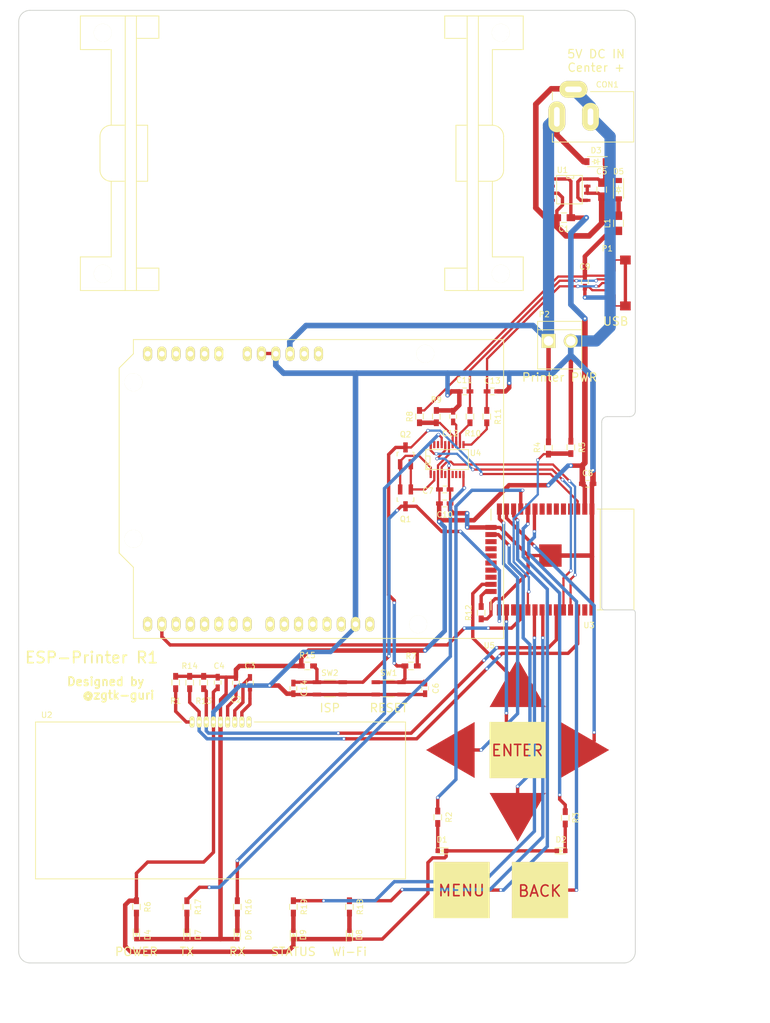
<source format=kicad_pcb>
(kicad_pcb (version 4) (host pcbnew 4.0.1-stable)
  (layers (0 F.Cu signal) (31 B.Cu signal) (34 B.Paste user) (35 F.Paste user) (36 B.SilkS user) (37 F.SilkS user) (38 B.Mask user) (39 F.Mask user) (44 Edge.Cuts user))
  (net 0 "")
  (net 1 +3V3)
  (net 2 GND)
  (net 3 "Net-(C2-Pad1)")
  (net 4 "Net-(C3-Pad1)")
  (net 5 "Net-(C3-Pad2)")
  (net 6 +5V)
  (net 7 EN)
  (net 8 "Net-(C9-Pad1)")
  (net 9 "Net-(C11-Pad1)")
  (net 10 "Net-(C12-Pad1)")
  (net 11 "Net-(C13-Pad1)")
  (net 12 IO0)
  (net 13 PRINTER_+5V)
  (net 14 "Net-(D1-Pad2)")
  (net 15 "Net-(D2-Pad2)")
  (net 16 "Net-(D4-Pad1)")
  (net 17 "Net-(D5-Pad2)")
  (net 18 "Net-(D6-Pad1)")
  (net 19 "Net-(D7-Pad1)")
  (net 20 "Net-(D8-Pad2)")
  (net 21 "Net-(D9-Pad2)")
  (net 22 "Net-(P1-Pad4)")
  (net 23 PRINTER_DATA)
  (net 24 "Net-(Q1-Pad1)")
  (net 25 "Net-(Q1-Pad2)")
  (net 26 "Net-(R1-Pad2)")
  (net 27 MENU_LED)
  (net 28 BACK_LED)
  (net 29 POWER_DET)
  (net 30 "Net-(R8-Pad2)")
  (net 31 "Net-(R10-Pad1)")
  (net 32 "Net-(R11-Pad1)")
  (net 33 "Net-(R12-Pad1)")
  (net 34 SDA)
  (net 35 SCL)
  (net 36 "Net-(R16-Pad2)")
  (net 37 "Net-(R17-Pad2)")
  (net 38 WIFI_LED)
  (net 39 STATUS_LED)
  (net 40 UP_SW)
  (net 41 DOWN_SW)
  (net 42 LEFT_SW)
  (net 43 RIGHT_SW)
  (net 44 ENTER_SW)
  (net 45 MENU_SW)
  (net 46 BACK_SW)
  (net 47 "Net-(U1-Pad4)")
  (net 48 "Net-(U2-Pad9)")
  (net 49 "Net-(U3-Pad4)")
  (net 50 "Net-(U3-Pad5)")
  (net 51 "Net-(U3-Pad6)")
  (net 52 "Net-(U3-Pad7)")
  (net 53 "Net-(U3-Pad8)")
  (net 54 "Net-(U3-Pad17)")
  (net 55 "Net-(U3-Pad18)")
  (net 56 "Net-(U3-Pad19)")
  (net 57 "Net-(U3-Pad20)")
  (net 58 "Net-(U3-Pad21)")
  (net 59 "Net-(U3-Pad22)")
  (net 60 "Net-(U3-Pad27)")
  (net 61 "Net-(U3-Pad32)")
  (net 62 "Net-(U3-Pad34)")
  (net 63 "Net-(U3-Pad35)")
  (net 64 "Net-(U3-Pad37)")
  (net 65 "Net-(U4-Pad5)")
  (net 66 "Net-(U4-Pad7)")
  (net 67 "Net-(U4-Pad8)")
  (net 68 "Net-(U4-Pad9)")
  (net 69 "Net-(U4-Pad18)")
  (net 70 "Net-(U4-Pad19)")
  (net 71 "Net-(U5-Pad1)")
  (net 72 "Net-(U5-Pad3)")
  (net 73 "Net-(U5-Pad4)")
  (net 74 "Net-(U5-Pad5)")
  (net 75 "Net-(U5-Pad6)")
  (net 76 "Net-(U5-Pad7)")
  (net 77 "Net-(U5-Pad8)")
  (net 78 "Net-(U5-Pad9)")
  (net 79 "Net-(U5-Pad10)")
  (net 80 "Net-(U5-Pad11)")
  (net 81 "Net-(U5-Pad12)")
  (net 82 "Net-(U5-Pad13)")
  (net 83 "Net-(U5-Pad14)")
  (net 84 "Net-(U5-Pad16)")
  (net 85 "Net-(U5-Pad17)")
  (net 86 "Net-(U5-Pad18)")
  (net 87 "Net-(U5-Pad19)")
  (net 88 "Net-(U5-Pad20)")
  (net 89 "Net-(U5-Pad21)")
  (net 90 "Net-(U5-Pad22)")
  (net 91 "Net-(U5-Pad23)")
  (net 92 "Net-(U5-Pad27)")
  (net 93 "Net-(U5-Pad28)")
  (module guri-lib:B2P-VH (layer F.Cu) (at 116.5 74)
    (fp_text reference P2 (at -2.75 -4.75) (layer F.SilkS))
    (fp_text value CONN_01X02)
    (pad 1 thru_hole rect (at -1.98 0) (size 2.5 2.5) (drill 1.7) (layers *.Cu *.Mask F.SilkS) (net 13 PRINTER_+5V))
    (pad 2 thru_hole circle (at 1.98 0) (size 2.5 2.5) (drill 1.7) (layers *.Cu *.Mask F.SilkS) (net 2 GND))
  )
  (module guri-lib:AQM1602XA (layer F.Cu) (at 56 142)
    (fp_text reference U2 (at -31 -1.25) (layer F.SilkS))
    (fp_text value AQM1602XA)
    (pad 1 thru_hole oval (at -5.08 0) (size 0.85 2) (drill 0.6) (layers *.Cu *.Mask F.SilkS) (net 26 "Net-(R1-Pad2)"))
    (pad 2 thru_hole oval (at -3.81 0) (size 0.85 2) (drill 0.6) (layers *.Cu *.Mask F.SilkS) (net 35 SCL))
    (pad 3 thru_hole oval (at -2.54 0) (size 0.85 2) (drill 0.6) (layers *.Cu *.Mask F.SilkS) (net 34 SDA))
    (pad 4 thru_hole oval (at -1.27 0) (size 0.85 2) (drill 0.6) (layers *.Cu *.Mask F.SilkS) (net 2 GND))
    (pad 5 thru_hole oval (at 0 0) (size 0.85 2) (drill 0.6) (layers *.Cu *.Mask F.SilkS) (net 1 +3V3))
    (pad 6 thru_hole oval (at 1.27 0) (size 0.85 2) (drill 0.6) (layers *.Cu *.Mask F.SilkS) (net 3 "Net-(C2-Pad1)"))
    (pad 7 thru_hole oval (at 2.54 0) (size 0.85 2) (drill 0.6) (layers *.Cu *.Mask F.SilkS) (net 4 "Net-(C3-Pad1)"))
    (pad 8 thru_hole oval (at 3.81 0) (size 0.85 2) (drill 0.6) (layers *.Cu *.Mask F.SilkS) (net 5 "Net-(C3-Pad2)"))
    (pad 9 thru_hole oval (at 5.08 0) (size 0.85 2) (drill 0.6) (layers *.Cu *.Mask F.SilkS) (net 48 "Net-(U2-Pad9)"))
  )
  (module Mounting_Holes:MountingHole_3mm (layer F.Cu) (at 23 18)
    (fp_text reference REF**)
    (fp_text value MountingHole_3mm)
    (pad "" np_thru_hole circle (at 0 0) (size 3.2 3.2) (drill 3.2) (layers *.Cu *.Mask) (clearance 2.4))
  )
  (module Capacitors_SMD:C_0805_HandSoldering (layer F.Cu) (at 117.25 52 180)
    (fp_text reference C1 (at 0 -2 180) (layer F.SilkS))
    (fp_text value 10u)
    (pad 1 smd rect (at -1.25 0 180) (size 1.5 1.25) (layers F.Cu F.Paste F.Mask) (net 1 +3V3))
    (pad 2 smd rect (at 1.25 0 180) (size 1.5 1.25) (layers F.Cu F.Paste F.Mask) (net 2 GND))
  )
  (module Capacitors_SMD:C_0603_HandSoldering (layer F.Cu) (at 58.75 135 90)
    (fp_text reference C2 (at -3 0 180) (layer F.SilkS))
    (fp_text value 0.1u)
    (pad 1 smd rect (at -0.95 0 90) (size 1.2 0.75) (layers F.Cu F.Paste F.Mask) (net 3 "Net-(C2-Pad1)"))
    (pad 2 smd rect (at 0.95 0 90) (size 1.2 0.75) (layers F.Cu F.Paste F.Mask) (net 1 +3V3))
  )
  (module Capacitors_SMD:C_0603_HandSoldering (layer F.Cu) (at 61.25 135 270)
    (fp_text reference C3 (at -3 0 540) (layer F.SilkS))
    (fp_text value 0.1u)
    (pad 1 smd rect (at -0.95 0 270) (size 1.2 0.75) (layers F.Cu F.Paste F.Mask) (net 4 "Net-(C3-Pad1)"))
    (pad 2 smd rect (at 0.95 0 270) (size 1.2 0.75) (layers F.Cu F.Paste F.Mask) (net 5 "Net-(C3-Pad2)"))
  )
  (module Capacitors_SMD:C_0603_HandSoldering (layer F.Cu) (at 55.5 134.95 270)
    (fp_text reference C4 (at -2.95 -0.25 360) (layer F.SilkS))
    (fp_text value 0.1u)
    (pad 1 smd rect (at -0.95 0 270) (size 1.2 0.75) (layers F.Cu F.Paste F.Mask) (net 1 +3V3))
    (pad 2 smd rect (at 0.95 0 270) (size 1.2 0.75) (layers F.Cu F.Paste F.Mask) (net 2 GND))
  )
  (module Capacitors_SMD:C_0805_HandSoldering (layer F.Cu) (at 124 47 270)
    (fp_text reference C5 (at -3.25 0 360) (layer F.SilkS))
    (fp_text value 10u)
    (pad 1 smd rect (at -1.25 0 270) (size 1.5 1.25) (layers F.Cu F.Paste F.Mask) (net 6 +5V))
    (pad 2 smd rect (at 1.25 0 270) (size 1.5 1.25) (layers F.Cu F.Paste F.Mask) (net 2 GND))
  )
  (module Capacitors_SMD:C_0603_HandSoldering (layer F.Cu) (at 92.5 136 270)
    (fp_text reference C6 (at 0 -1.9 270) (layer F.SilkS))
    (fp_text value 1000p)
    (pad 1 smd rect (at -0.95 0 270) (size 1.2 0.75) (layers F.Cu F.Paste F.Mask) (net 7 EN))
    (pad 2 smd rect (at 0.95 0 270) (size 1.2 0.75) (layers F.Cu F.Paste F.Mask) (net 2 GND))
  )
  (module Capacitors_SMD:C_0603_HandSoldering (layer F.Cu) (at 96 100.5)
    (fp_text reference C7 (at -3 0.25) (layer F.SilkS))
    (fp_text value 0.1u)
    (pad 1 smd rect (at -0.95 0) (size 1.2 0.75) (layers F.Cu F.Paste F.Mask) (net 1 +3V3))
    (pad 2 smd rect (at 0.95 0) (size 1.2 0.75) (layers F.Cu F.Paste F.Mask) (net 2 GND))
  )
  (module Capacitors_SMD:C_0603_HandSoldering (layer F.Cu) (at 121.5 99.5)
    (fp_text reference C8 (at 0 -1.9) (layer F.SilkS))
    (fp_text value 0.1u)
    (pad 1 smd rect (at -0.95 0) (size 1.2 0.75) (layers F.Cu F.Paste F.Mask) (net 1 +3V3))
    (pad 2 smd rect (at 0.95 0) (size 1.2 0.75) (layers F.Cu F.Paste F.Mask) (net 2 GND))
  )
  (module Capacitors_SMD:C_0603_HandSoldering (layer F.Cu) (at 121 63.45 270)
    (fp_text reference C9 (at -2.7 0 360) (layer F.SilkS))
    (fp_text value 4.7u)
    (pad 1 smd rect (at -0.95 0 270) (size 1.2 0.75) (layers F.Cu F.Paste F.Mask) (net 8 "Net-(C9-Pad1)"))
    (pad 2 smd rect (at 0.95 0 270) (size 1.2 0.75) (layers F.Cu F.Paste F.Mask) (net 2 GND))
  )
  (module Capacitors_SMD:C_0603_HandSoldering (layer F.Cu) (at 96 103)
    (fp_text reference C10 (at 0 2) (layer F.SilkS))
    (fp_text value 4.7u)
    (pad 1 smd rect (at -0.95 0) (size 1.2 0.75) (layers F.Cu F.Paste F.Mask) (net 1 +3V3))
    (pad 2 smd rect (at 0.95 0) (size 1.2 0.75) (layers F.Cu F.Paste F.Mask) (net 2 GND))
  )
  (module Capacitors_SMD:C_0603_HandSoldering (layer F.Cu) (at 99.55 83 180)
    (fp_text reference C11 (at 0.05 2 180) (layer F.SilkS))
    (fp_text value 47p)
    (pad 1 smd rect (at -0.95 0 180) (size 1.2 0.75) (layers F.Cu F.Paste F.Mask) (net 9 "Net-(C11-Pad1)"))
    (pad 2 smd rect (at 0.95 0 180) (size 1.2 0.75) (layers F.Cu F.Paste F.Mask) (net 2 GND))
  )
  (module Capacitors_SMD:C_0603_HandSoldering (layer F.Cu) (at 97.5 87.5 90)
    (fp_text reference C12 (at -3 -0.5 180) (layer F.SilkS))
    (fp_text value 0.1u)
    (pad 1 smd rect (at -0.95 0 90) (size 1.2 0.75) (layers F.Cu F.Paste F.Mask) (net 10 "Net-(C12-Pad1)"))
    (pad 2 smd rect (at 0.95 0 90) (size 1.2 0.75) (layers F.Cu F.Paste F.Mask) (net 2 GND))
  )
  (module Capacitors_SMD:C_0603_HandSoldering (layer F.Cu) (at 104.5 83)
    (fp_text reference C13 (at 0 -1.9) (layer F.SilkS))
    (fp_text value 47p)
    (pad 1 smd rect (at -0.95 0) (size 1.2 0.75) (layers F.Cu F.Paste F.Mask) (net 11 "Net-(C13-Pad1)"))
    (pad 2 smd rect (at 0.95 0) (size 1.2 0.75) (layers F.Cu F.Paste F.Mask) (net 2 GND))
  )
  (module Capacitors_SMD:C_0603_HandSoldering (layer F.Cu) (at 69 136 270)
    (fp_text reference C14 (at 0 -1.9 270) (layer F.SilkS))
    (fp_text value 1000p)
    (pad 1 smd rect (at -0.95 0 270) (size 1.2 0.75) (layers F.Cu F.Paste F.Mask) (net 12 IO0))
    (pad 2 smd rect (at 0.95 0 270) (size 1.2 0.75) (layers F.Cu F.Paste F.Mask) (net 2 GND))
  )
  (module guri-lib:MJ-179PH (layer F.Cu) (at 122 34 180)
    (fp_text reference CON1 (at -3 5.75 180) (layer F.SilkS))
    (fp_text value BARREL_JACK)
    (pad 2 thru_hole oval (at 0 0 180) (size 3 5) (drill oval 1 3) (layers *.Cu *.Mask F.SilkS) (net 2 GND))
    (pad 1 thru_hole oval (at 6 0 180) (size 3 5.5) (drill oval 1 3.5) (layers *.Cu *.Mask F.SilkS) (net 13 PRINTER_+5V))
    (pad 3 thru_hole oval (at 3.05 4.9 270) (size 3 5) (drill oval 1 3) (layers *.Cu *.Mask F.SilkS) (net 2 GND))
  )
  (module LEDs:LED-0603 (layer F.Cu) (at 95.5 165 180)
    (fp_text reference D1 (at 0 2 180) (layer F.SilkS))
    (fp_text value MENU)
    (pad 2 smd rect (at 0.7493 0) (size 0.79756 0.79756) (layers F.Cu F.Paste F.Mask) (net 14 "Net-(D1-Pad2)"))
    (pad 1 smd rect (at -0.7493 0) (size 0.79756 0.79756) (layers F.Cu F.Paste F.Mask) (net 2 GND))
  )
  (module LEDs:LED-0603 (layer F.Cu) (at 116.7493 165)
    (fp_text reference D2 (at 0.0007 -2) (layer F.SilkS))
    (fp_text value BACK)
    (pad 2 smd rect (at 0.7493 0 180) (size 0.79756 0.79756) (layers F.Cu F.Paste F.Mask) (net 15 "Net-(D2-Pad2)"))
    (pad 1 smd rect (at -0.7493 0 180) (size 0.79756 0.79756) (layers F.Cu F.Paste F.Mask) (net 2 GND))
  )
  (module Diodes_SMD:SOD-123 (layer F.Cu) (at 123 42 180)
    (fp_text reference D3 (at 0 2 180) (layer F.SilkS))
    (fp_text value D_Schottky)
    (pad 1 smd rect (at -1.635 0 180) (size 0.91 1.22) (layers F.Cu F.Paste F.Mask) (net 6 +5V))
    (pad 2 smd rect (at 1.635 0 180) (size 0.91 1.22) (layers F.Cu F.Paste F.Mask) (net 13 PRINTER_+5V))
  )
  (module LEDs:LED-0603 (layer F.Cu) (at 41 180 270)
    (fp_text reference D4 (at 0 -2 270) (layer F.SilkS))
    (fp_text value POWER)
    (pad 2 smd rect (at 0.7493 0 90) (size 0.79756 0.79756) (layers F.Cu F.Paste F.Mask) (net 1 +3V3))
    (pad 1 smd rect (at -0.7493 0 90) (size 0.79756 0.79756) (layers F.Cu F.Paste F.Mask) (net 16 "Net-(D4-Pad1)"))
  )
  (module Diodes_SMD:SOD-123 (layer F.Cu) (at 127 47 270)
    (fp_text reference D5 (at -3.25 0 360) (layer F.SilkS))
    (fp_text value D_Schottky)
    (pad 1 smd rect (at -1.635 0 270) (size 0.91 1.22) (layers F.Cu F.Paste F.Mask) (net 6 +5V))
    (pad 2 smd rect (at 1.635 0 270) (size 0.91 1.22) (layers F.Cu F.Paste F.Mask) (net 17 "Net-(D5-Pad2)"))
  )
  (module LEDs:LED-0603 (layer F.Cu) (at 59 180 270)
    (fp_text reference D6 (at 0 -2 270) (layer F.SilkS))
    (fp_text value RX)
    (pad 2 smd rect (at 0.7493 0 90) (size 0.79756 0.79756) (layers F.Cu F.Paste F.Mask) (net 1 +3V3))
    (pad 1 smd rect (at -0.7493 0 90) (size 0.79756 0.79756) (layers F.Cu F.Paste F.Mask) (net 18 "Net-(D6-Pad1)"))
  )
  (module LEDs:LED-0603 (layer F.Cu) (at 50 180 270)
    (fp_text reference D7 (at 0 -2 270) (layer F.SilkS))
    (fp_text value TX)
    (pad 2 smd rect (at 0.7493 0 90) (size 0.79756 0.79756) (layers F.Cu F.Paste F.Mask) (net 1 +3V3))
    (pad 1 smd rect (at -0.7493 0 90) (size 0.79756 0.79756) (layers F.Cu F.Paste F.Mask) (net 19 "Net-(D7-Pad1)"))
  )
  (module LEDs:LED-0603 (layer F.Cu) (at 79 180 90)
    (fp_text reference D8 (at 0 1.75 90) (layer F.SilkS))
    (fp_text value WIFI)
    (pad 2 smd rect (at 0.7493 0 270) (size 0.79756 0.79756) (layers F.Cu F.Paste F.Mask) (net 20 "Net-(D8-Pad2)"))
    (pad 1 smd rect (at -0.7493 0 270) (size 0.79756 0.79756) (layers F.Cu F.Paste F.Mask) (net 2 GND))
  )
  (module LEDs:LED-0603 (layer F.Cu) (at 69 180 90)
    (fp_text reference D9 (at 0 1.75 90) (layer F.SilkS))
    (fp_text value STATUS)
    (pad 2 smd rect (at 0.7493 0 270) (size 0.79756 0.79756) (layers F.Cu F.Paste F.Mask) (net 21 "Net-(D9-Pad2)"))
    (pad 1 smd rect (at -0.7493 0 270) (size 0.79756 0.79756) (layers F.Cu F.Paste F.Mask) (net 2 GND))
  )
  (module Resistors_SMD:R_0805_HandSoldering (layer F.Cu) (at 127 53 270)
    (fp_text reference L1 (at 0 2 270) (layer F.SilkS))
    (fp_text value "Ferrite bead")
    (pad 1 smd rect (at -1.35 0 270) (size 1.5 1.3) (layers F.Cu F.Paste F.Mask) (net 17 "Net-(D5-Pad2)"))
    (pad 2 smd rect (at 1.35 0 270) (size 1.5 1.3) (layers F.Cu F.Paste F.Mask) (net 8 "Net-(C9-Pad1)"))
  )
  (module TO_SOT_Packages_SMD:SOT-23_Handsoldering (layer F.Cu) (at 89 102 180)
    (fp_text reference Q1 (at 0 -3.81 180) (layer F.SilkS))
    (fp_text value Q_NMOS_GSD)
    (pad 1 smd rect (at -0.95 1.50114 180) (size 0.8001 1.80086) (layers F.Cu F.Paste F.Mask) (net 24 "Net-(Q1-Pad1)"))
    (pad 2 smd rect (at 0.95 1.50114 180) (size 0.8001 1.80086) (layers F.Cu F.Paste F.Mask) (net 25 "Net-(Q1-Pad2)"))
    (pad 3 smd rect (at 0 -1.50114 180) (size 0.8001 1.80086) (layers F.Cu F.Paste F.Mask) (net 12 IO0))
  )
  (module TO_SOT_Packages_SMD:SOT-23_Handsoldering (layer F.Cu) (at 89 94.49886)
    (fp_text reference Q2 (at 0 -3.81) (layer F.SilkS))
    (fp_text value Q_NMOS_GSD)
    (pad 1 smd rect (at -0.95 1.50114) (size 0.8001 1.80086) (layers F.Cu F.Paste F.Mask) (net 25 "Net-(Q1-Pad2)"))
    (pad 2 smd rect (at 0.95 1.50114) (size 0.8001 1.80086) (layers F.Cu F.Paste F.Mask) (net 24 "Net-(Q1-Pad1)"))
    (pad 3 smd rect (at 0 -1.50114) (size 0.8001 1.80086) (layers F.Cu F.Paste F.Mask) (net 7 EN))
  )
  (module Resistors_SMD:R_0603_HandSoldering (layer F.Cu) (at 48 134.95 270)
    (fp_text reference R1 (at 3.3 0 360) (layer F.SilkS))
    (fp_text value 10k)
    (pad 1 smd rect (at -1.1 0 270) (size 1.2 0.9) (layers F.Cu F.Paste F.Mask) (net 1 +3V3))
    (pad 2 smd rect (at 1.1 0 270) (size 1.2 0.9) (layers F.Cu F.Paste F.Mask) (net 26 "Net-(R1-Pad2)"))
  )
  (module Resistors_SMD:R_0603_HandSoldering (layer F.Cu) (at 94.75 159 270)
    (fp_text reference R2 (at 0 -2 270) (layer F.SilkS))
    (fp_text value 4.7k)
    (pad 1 smd rect (at -1.1 0 270) (size 1.2 0.9) (layers F.Cu F.Paste F.Mask) (net 27 MENU_LED))
    (pad 2 smd rect (at 1.1 0 270) (size 1.2 0.9) (layers F.Cu F.Paste F.Mask) (net 14 "Net-(D1-Pad2)"))
  )
  (module Resistors_SMD:R_0603_HandSoldering (layer F.Cu) (at 117.5 159.1 270)
    (fp_text reference R3 (at 0 -1.9 270) (layer F.SilkS))
    (fp_text value 4.7k)
    (pad 1 smd rect (at -1.1 0 270) (size 1.2 0.9) (layers F.Cu F.Paste F.Mask) (net 28 BACK_LED))
    (pad 2 smd rect (at 1.1 0 270) (size 1.2 0.9) (layers F.Cu F.Paste F.Mask) (net 15 "Net-(D2-Pad2)"))
  )
  (module Resistors_SMD:R_0603_HandSoldering (layer F.Cu) (at 114.5 93.1 270)
    (fp_text reference R4 (at -0.1 2 270) (layer F.SilkS))
    (fp_text value 4.7k)
    (pad 1 smd rect (at -1.1 0 270) (size 1.2 0.9) (layers F.Cu F.Paste F.Mask) (net 13 PRINTER_+5V))
    (pad 2 smd rect (at 1.1 0 270) (size 1.2 0.9) (layers F.Cu F.Paste F.Mask) (net 29 POWER_DET))
  )
  (module Resistors_SMD:R_0603_HandSoldering (layer F.Cu) (at 118.5 93 90)
    (fp_text reference R5 (at 0 2 90) (layer F.SilkS))
    (fp_text value 10k)
    (pad 1 smd rect (at -1.1 0 90) (size 1.2 0.9) (layers F.Cu F.Paste F.Mask) (net 29 POWER_DET))
    (pad 2 smd rect (at 1.1 0 90) (size 1.2 0.9) (layers F.Cu F.Paste F.Mask) (net 2 GND))
  )
  (module Resistors_SMD:R_0603_HandSoldering (layer F.Cu) (at 41 175 90)
    (fp_text reference R6 (at 0 2 90) (layer F.SilkS))
    (fp_text value 4.7k)
    (pad 1 smd rect (at -1.1 0 90) (size 1.2 0.9) (layers F.Cu F.Paste F.Mask) (net 16 "Net-(D4-Pad1)"))
    (pad 2 smd rect (at 1.1 0 90) (size 1.2 0.9) (layers F.Cu F.Paste F.Mask) (net 2 GND))
  )
  (module Resistors_SMD:R_0603_HandSoldering (layer F.Cu) (at 90 132 180)
    (fp_text reference R7 (at 0 1.75 180) (layer F.SilkS))
    (fp_text value 10k)
    (pad 1 smd rect (at -1.1 0 180) (size 1.2 0.9) (layers F.Cu F.Paste F.Mask) (net 1 +3V3))
    (pad 2 smd rect (at 1.1 0 180) (size 1.2 0.9) (layers F.Cu F.Paste F.Mask) (net 7 EN))
  )
  (module Resistors_SMD:R_0603_HandSoldering (layer F.Cu) (at 91.5 87.5 270)
    (fp_text reference R8 (at 0 1.75 270) (layer F.SilkS))
    (fp_text value 4.7k)
    (pad 1 smd rect (at -1.1 0 270) (size 1.2 0.9) (layers F.Cu F.Paste F.Mask) (net 8 "Net-(C9-Pad1)"))
    (pad 2 smd rect (at 1.1 0 270) (size 1.2 0.9) (layers F.Cu F.Paste F.Mask) (net 30 "Net-(R8-Pad2)"))
  )
  (module Resistors_SMD:R_0603_HandSoldering (layer F.Cu) (at 94.5 87.5 90)
    (fp_text reference R9 (at 3 0 180) (layer F.SilkS))
    (fp_text value 10k)
    (pad 1 smd rect (at -1.1 0 90) (size 1.2 0.9) (layers F.Cu F.Paste F.Mask) (net 30 "Net-(R8-Pad2)"))
    (pad 2 smd rect (at 1.1 0 90) (size 1.2 0.9) (layers F.Cu F.Paste F.Mask) (net 2 GND))
  )
  (module Resistors_SMD:R_0603_HandSoldering (layer F.Cu) (at 100.5 87.5 90)
    (fp_text reference R10 (at -3 0.5 180) (layer F.SilkS))
    (fp_text value 27)
    (pad 1 smd rect (at -1.1 0 90) (size 1.2 0.9) (layers F.Cu F.Paste F.Mask) (net 31 "Net-(R10-Pad1)"))
    (pad 2 smd rect (at 1.1 0 90) (size 1.2 0.9) (layers F.Cu F.Paste F.Mask) (net 9 "Net-(C11-Pad1)"))
  )
  (module Resistors_SMD:R_0603_HandSoldering (layer F.Cu) (at 103.5 87.5 90)
    (fp_text reference R11 (at 0 2 90) (layer F.SilkS))
    (fp_text value 27)
    (pad 1 smd rect (at -1.1 0 90) (size 1.2 0.9) (layers F.Cu F.Paste F.Mask) (net 32 "Net-(R11-Pad1)"))
    (pad 2 smd rect (at 1.1 0 90) (size 1.2 0.9) (layers F.Cu F.Paste F.Mask) (net 11 "Net-(C13-Pad1)"))
  )
  (module Resistors_SMD:R_0603_HandSoldering (layer F.Cu) (at 102.5 122.5 270)
    (fp_text reference R12 (at 0 2.25 270) (layer F.SilkS))
    (fp_text value 4.7k)
    (pad 1 smd rect (at -1.1 0 270) (size 1.2 0.9) (layers F.Cu F.Paste F.Mask) (net 33 "Net-(R12-Pad1)"))
    (pad 2 smd rect (at 1.1 0 270) (size 1.2 0.9) (layers F.Cu F.Paste F.Mask) (net 2 GND))
  )
  (module Resistors_SMD:R_0603_HandSoldering (layer F.Cu) (at 53 134.95 270)
    (fp_text reference R13 (at 3.3 0 360) (layer F.SilkS))
    (fp_text value 10k)
    (pad 1 smd rect (at -1.1 0 270) (size 1.2 0.9) (layers F.Cu F.Paste F.Mask) (net 1 +3V3))
    (pad 2 smd rect (at 1.1 0 270) (size 1.2 0.9) (layers F.Cu F.Paste F.Mask) (net 34 SDA))
  )
  (module Resistors_SMD:R_0603_HandSoldering (layer F.Cu) (at 50.5 134.95 270)
    (fp_text reference R14 (at -2.95 0 360) (layer F.SilkS))
    (fp_text value 10k)
    (pad 1 smd rect (at -1.1 0 270) (size 1.2 0.9) (layers F.Cu F.Paste F.Mask) (net 1 +3V3))
    (pad 2 smd rect (at 1.1 0 270) (size 1.2 0.9) (layers F.Cu F.Paste F.Mask) (net 35 SCL))
  )
  (module Resistors_SMD:R_0603_HandSoldering (layer F.Cu) (at 71.5 132)
    (fp_text reference R15 (at 0 -1.9) (layer F.SilkS))
    (fp_text value 4.7k)
    (pad 1 smd rect (at -1.1 0) (size 1.2 0.9) (layers F.Cu F.Paste F.Mask) (net 1 +3V3))
    (pad 2 smd rect (at 1.1 0) (size 1.2 0.9) (layers F.Cu F.Paste F.Mask) (net 12 IO0))
  )
  (module Resistors_SMD:R_0603_HandSoldering (layer F.Cu) (at 59 175 90)
    (fp_text reference R16 (at 0 2 90) (layer F.SilkS))
    (fp_text value 4.7k)
    (pad 1 smd rect (at -1.1 0 90) (size 1.2 0.9) (layers F.Cu F.Paste F.Mask) (net 18 "Net-(D6-Pad1)"))
    (pad 2 smd rect (at 1.1 0 90) (size 1.2 0.9) (layers F.Cu F.Paste F.Mask) (net 36 "Net-(R16-Pad2)"))
  )
  (module Resistors_SMD:R_0603_HandSoldering (layer F.Cu) (at 50 175 90)
    (fp_text reference R17 (at 0 2 90) (layer F.SilkS))
    (fp_text value 4.7k)
    (pad 1 smd rect (at -1.1 0 90) (size 1.2 0.9) (layers F.Cu F.Paste F.Mask) (net 19 "Net-(D7-Pad1)"))
    (pad 2 smd rect (at 1.1 0 90) (size 1.2 0.9) (layers F.Cu F.Paste F.Mask) (net 37 "Net-(R17-Pad2)"))
  )
  (module Resistors_SMD:R_0603_HandSoldering (layer F.Cu) (at 79 175 270)
    (fp_text reference R18 (at 0 -1.9 270) (layer F.SilkS))
    (fp_text value 4.7k)
    (pad 1 smd rect (at -1.1 0 270) (size 1.2 0.9) (layers F.Cu F.Paste F.Mask) (net 38 WIFI_LED))
    (pad 2 smd rect (at 1.1 0 270) (size 1.2 0.9) (layers F.Cu F.Paste F.Mask) (net 20 "Net-(D8-Pad2)"))
  )
  (module Resistors_SMD:R_0603_HandSoldering (layer F.Cu) (at 69 175 270)
    (fp_text reference R19 (at 0 -1.9 270) (layer F.SilkS))
    (fp_text value 4.7k)
    (pad 1 smd rect (at -1.1 0 270) (size 1.2 0.9) (layers F.Cu F.Paste F.Mask) (net 39 STATUS_LED))
    (pad 2 smd rect (at 1.1 0 270) (size 1.2 0.9) (layers F.Cu F.Paste F.Mask) (net 21 "Net-(D9-Pad2)"))
  )
  (module guri-lib:SKRPACE010 (layer F.Cu) (at 86 136)
    (fp_text reference SW1 (at 0 -2.75) (layer F.SilkS))
    (fp_text value SW_PUSH)
    (pad 1 smd rect (at 2.3 -1.1) (size 1.5 0.7) (layers F.Cu F.Paste F.Mask) (net 7 EN))
    (pad 2 smd rect (at 2.3 1.1) (size 1.5 0.7) (layers F.Cu F.Paste F.Mask) (net 2 GND))
    (pad 1 smd rect (at -2.3 -1.1) (size 1.5 0.7) (layers F.Cu F.Paste F.Mask) (net 7 EN))
    (pad 2 smd rect (at -2.3 1.1) (size 1.5 0.7) (layers F.Cu F.Paste F.Mask) (net 2 GND))
  )
  (module guri-lib:SKRPACE010 (layer F.Cu) (at 75.5 136)
    (fp_text reference SW2 (at 0 -2.75) (layer F.SilkS))
    (fp_text value SW_PUSH)
    (pad 1 smd rect (at 2.3 -1.1) (size 1.5 0.7) (layers F.Cu F.Paste F.Mask) (net 12 IO0))
    (pad 2 smd rect (at 2.3 1.1) (size 1.5 0.7) (layers F.Cu F.Paste F.Mask) (net 2 GND))
    (pad 1 smd rect (at -2.3 -1.1) (size 1.5 0.7) (layers F.Cu F.Paste F.Mask) (net 12 IO0))
    (pad 2 smd rect (at -2.3 1.1) (size 1.5 0.7) (layers F.Cu F.Paste F.Mask) (net 2 GND))
  )
  (module SMD_Packages:SOIC-8-N (layer F.Cu) (at 118.25 47 270)
    (fp_text reference U1 (at -3.5 1.25 360) (layer F.SilkS))
    (fp_text value LT1963A)
    (pad 8 smd rect (at -1.905 -3.175 270) (size 0.508 1.143) (layers F.Cu F.Paste F.Mask) (net 6 +5V))
    (pad 7 smd rect (at -0.635 -3.175 270) (size 0.508 1.143) (layers F.Cu F.Paste F.Mask) (net 2 GND))
    (pad 6 smd rect (at 0.635 -3.175 270) (size 0.508 1.143) (layers F.Cu F.Paste F.Mask) (net 2 GND))
    (pad 5 smd rect (at 1.905 -3.175 270) (size 0.508 1.143) (layers F.Cu F.Paste F.Mask) (net 6 +5V))
    (pad 4 smd rect (at 1.905 3.175 270) (size 0.508 1.143) (layers F.Cu F.Paste F.Mask) (net 47 "Net-(U1-Pad4)"))
    (pad 3 smd rect (at 0.635 3.175 270) (size 0.508 1.143) (layers F.Cu F.Paste F.Mask) (net 2 GND))
    (pad 2 smd rect (at -0.635 3.175 270) (size 0.508 1.143) (layers F.Cu F.Paste F.Mask) (net 1 +3V3))
    (pad 1 smd rect (at -1.905 3.175 270) (size 0.508 1.143) (layers F.Cu F.Paste F.Mask) (net 1 +3V3))
  )
  (module guri-lib:ESP-WROOM-32 (layer F.Cu) (at 117 113 270)
    (fp_text reference U3 (at 11.75 -4.75 360) (layer F.SilkS))
    (fp_text value ESP-WROOM-32)
    (pad 1 smd rect (at -9 -5.26 270) (size 2 0.9) (layers F.Cu F.Paste F.Mask) (net 2 GND))
    (pad 2 smd rect (at -9 -3.99 270) (size 2 0.9) (layers F.Cu F.Paste F.Mask) (net 1 +3V3))
    (pad 3 smd rect (at -9 -2.72 270) (size 2 0.9) (layers F.Cu F.Paste F.Mask) (net 7 EN))
    (pad 4 smd rect (at -9 -1.45 270) (size 2 0.9) (layers F.Cu F.Paste F.Mask) (net 49 "Net-(U3-Pad4)"))
    (pad 5 smd rect (at -9 -0.18 270) (size 2 0.9) (layers F.Cu F.Paste F.Mask) (net 50 "Net-(U3-Pad5)"))
    (pad 6 smd rect (at -9 1.09 270) (size 2 0.9) (layers F.Cu F.Paste F.Mask) (net 51 "Net-(U3-Pad6)"))
    (pad 7 smd rect (at -9 2.36 270) (size 2 0.9) (layers F.Cu F.Paste F.Mask) (net 52 "Net-(U3-Pad7)"))
    (pad 8 smd rect (at -9 3.63 270) (size 2 0.9) (layers F.Cu F.Paste F.Mask) (net 53 "Net-(U3-Pad8)"))
    (pad 9 smd rect (at -9 4.9 270) (size 2 0.9) (layers F.Cu F.Paste F.Mask) (net 46 BACK_SW))
    (pad 10 smd rect (at -9 6.17 270) (size 2 0.9) (layers F.Cu F.Paste F.Mask) (net 28 BACK_LED))
    (pad 11 smd rect (at -9 7.44 270) (size 2 0.9) (layers F.Cu F.Paste F.Mask) (net 27 MENU_LED))
    (pad 12 smd rect (at -9 8.71 270) (size 2 0.9) (layers F.Cu F.Paste F.Mask) (net 45 MENU_SW))
    (pad 13 smd rect (at -9 9.98 270) (size 2 0.9) (layers F.Cu F.Paste F.Mask) (net 43 RIGHT_SW))
    (pad 14 smd rect (at -9 11.25 270) (size 2 0.9) (layers F.Cu F.Paste F.Mask) (net 42 LEFT_SW))
    (pad 15 smd rect (at -5.72 12.75) (size 2 0.9) (layers F.Cu F.Paste F.Mask) (net 2 GND))
    (pad 16 smd rect (at -4.45 12.75) (size 2 0.9) (layers F.Cu F.Paste F.Mask) (net 41 DOWN_SW))
    (pad 17 smd rect (at -3.18 12.75) (size 2 0.9) (layers F.Cu F.Paste F.Mask) (net 54 "Net-(U3-Pad17)"))
    (pad 18 smd rect (at -1.91 12.75) (size 2 0.9) (layers F.Cu F.Paste F.Mask) (net 55 "Net-(U3-Pad18)"))
    (pad 19 smd rect (at -0.64 12.75) (size 2 0.9) (layers F.Cu F.Paste F.Mask) (net 56 "Net-(U3-Pad19)"))
    (pad 20 smd rect (at 0.63 12.75) (size 2 0.9) (layers F.Cu F.Paste F.Mask) (net 57 "Net-(U3-Pad20)"))
    (pad 21 smd rect (at 1.9 12.75) (size 2 0.9) (layers F.Cu F.Paste F.Mask) (net 58 "Net-(U3-Pad21)"))
    (pad 22 smd rect (at 3.17 12.75) (size 2 0.9) (layers F.Cu F.Paste F.Mask) (net 59 "Net-(U3-Pad22)"))
    (pad 23 smd rect (at 4.44 12.75) (size 2 0.9) (layers F.Cu F.Paste F.Mask) (net 40 UP_SW))
    (pad 24 smd rect (at 5.71 12.75) (size 2 0.9) (layers F.Cu F.Paste F.Mask) (net 33 "Net-(R12-Pad1)"))
    (pad 25 smd rect (at 9 11.25 90) (size 2 0.9) (layers F.Cu F.Paste F.Mask) (net 12 IO0))
    (pad 26 smd rect (at 9 9.98 90) (size 2 0.9) (layers F.Cu F.Paste F.Mask) (net 44 ENTER_SW))
    (pad 27 smd rect (at 9 8.71 90) (size 2 0.9) (layers F.Cu F.Paste F.Mask) (net 60 "Net-(U3-Pad27)"))
    (pad 28 smd rect (at 9 7.44 90) (size 2 0.9) (layers F.Cu F.Paste F.Mask) (net 23 PRINTER_DATA))
    (pad 29 smd rect (at 9 6.17 90) (size 2 0.9) (layers F.Cu F.Paste F.Mask) (net 29 POWER_DET))
    (pad 30 smd rect (at 9 4.9 90) (size 2 0.9) (layers F.Cu F.Paste F.Mask) (net 39 STATUS_LED))
    (pad 31 smd rect (at 9 3.63 90) (size 2 0.9) (layers F.Cu F.Paste F.Mask) (net 38 WIFI_LED))
    (pad 32 smd rect (at 9 2.36 90) (size 2 0.9) (layers F.Cu F.Paste F.Mask) (net 61 "Net-(U3-Pad32)"))
    (pad 33 smd rect (at 9 1.09 90) (size 2 0.9) (layers F.Cu F.Paste F.Mask) (net 34 SDA))
    (pad 34 smd rect (at 9 -0.18 90) (size 2 0.9) (layers F.Cu F.Paste F.Mask) (net 62 "Net-(U3-Pad34)"))
    (pad 35 smd rect (at 9 -1.45 90) (size 2 0.9) (layers F.Cu F.Paste F.Mask) (net 63 "Net-(U3-Pad35)"))
    (pad 36 smd rect (at 9 -2.72 90) (size 2 0.9) (layers F.Cu F.Paste F.Mask) (net 35 SCL))
    (pad 37 smd rect (at 9 -3.99 90) (size 2 0.9) (layers F.Cu F.Paste F.Mask) (net 64 "Net-(U3-Pad37)"))
    (pad 38 smd rect (at 9 -5.26 90) (size 2 0.9) (layers F.Cu F.Paste F.Mask) (net 2 GND))
    (pad 39 smd rect (at -0.7 2.15 90) (size 4 4) (layers F.Cu F.Paste F.Mask) (net 2 GND))
  )
  (module SMD_Packages:SSOP-20 (layer F.Cu) (at 96.421 95.167)
    (fp_text reference U4 (at 5.079 -1.167) (layer F.SilkS))
    (fp_text value FT231XS)
    (pad 1 smd rect (at -2.921 2.667) (size 0.4064 1.27) (layers F.Cu F.Paste F.Mask) (net 25 "Net-(Q1-Pad2)"))
    (pad 2 smd rect (at -2.286 2.667) (size 0.4064 1.27) (layers F.Cu F.Paste F.Mask) (net 24 "Net-(Q1-Pad1)"))
    (pad 3 smd rect (at -1.6256 2.667) (size 0.4064 1.27) (layers F.Cu F.Paste F.Mask) (net 1 +3V3))
    (pad 4 smd rect (at -0.9652 2.667) (size 0.4064 1.27) (layers F.Cu F.Paste F.Mask) (net 63 "Net-(U3-Pad35)"))
    (pad 5 smd rect (at -0.3302 2.667) (size 0.4064 1.27) (layers F.Cu F.Paste F.Mask) (net 65 "Net-(U4-Pad5)"))
    (pad 6 smd rect (at 0.3302 2.667) (size 0.4064 1.27) (layers F.Cu F.Paste F.Mask) (net 2 GND))
    (pad 7 smd rect (at 0.9906 2.667) (size 0.4064 1.27) (layers F.Cu F.Paste F.Mask) (net 66 "Net-(U4-Pad7)"))
    (pad 8 smd rect (at 1.6256 2.667) (size 0.4064 1.27) (layers F.Cu F.Paste F.Mask) (net 67 "Net-(U4-Pad8)"))
    (pad 9 smd rect (at 2.286 2.667) (size 0.4064 1.27) (layers F.Cu F.Paste F.Mask) (net 68 "Net-(U4-Pad9)"))
    (pad 10 smd rect (at 2.921 2.667) (size 0.4064 1.27) (layers F.Cu F.Paste F.Mask) (net 37 "Net-(R17-Pad2)"))
    (pad 11 smd rect (at 2.921 -2.667) (size 0.4064 1.27) (layers F.Cu F.Paste F.Mask) (net 32 "Net-(R11-Pad1)"))
    (pad 12 smd rect (at 2.286 -2.667) (size 0.4064 1.27) (layers F.Cu F.Paste F.Mask) (net 31 "Net-(R10-Pad1)"))
    (pad 13 smd rect (at 1.6256 -2.667) (size 0.4064 1.27) (layers F.Cu F.Paste F.Mask) (net 10 "Net-(C12-Pad1)"))
    (pad 14 smd rect (at 0.9906 -2.667) (size 0.4064 1.27) (layers F.Cu F.Paste F.Mask) (net 30 "Net-(R8-Pad2)"))
    (pad 15 smd rect (at 0.3302 -2.667) (size 0.4064 1.27) (layers F.Cu F.Paste F.Mask) (net 1 +3V3))
    (pad 16 smd rect (at -0.3302 -2.667) (size 0.4064 1.27) (layers F.Cu F.Paste F.Mask) (net 2 GND))
    (pad 17 smd rect (at -0.9652 -2.667) (size 0.4064 1.27) (layers F.Cu F.Paste F.Mask) (net 36 "Net-(R16-Pad2)"))
    (pad 18 smd rect (at -1.6256 -2.667) (size 0.4064 1.27) (layers F.Cu F.Paste F.Mask) (net 69 "Net-(U4-Pad18)"))
    (pad 19 smd rect (at -2.286 -2.667) (size 0.4064 1.27) (layers F.Cu F.Paste F.Mask) (net 70 "Net-(U4-Pad19)"))
    (pad 20 smd rect (at -2.921 -2.667) (size 0.4064 1.27) (layers F.Cu F.Paste F.Mask) (net 62 "Net-(U3-Pad34)"))
  )
  (module Mounting_Holes:MountingHole_3mm (layer F.Cu) (at 127 182)
    (fp_text reference REF**)
    (fp_text value MountingHole_3mm)
    (pad "" np_thru_hole circle (at 0 0) (size 3.2 3.2) (drill 3.2) (layers *.Cu *.Mask) (clearance 2.4))
  )
  (module Mounting_Holes:MountingHole_3mm (layer F.Cu) (at 23 182)
    (fp_text reference REF**)
    (fp_text value MountingHole_3mm)
    (pad "" np_thru_hole circle (at 0 0) (size 3.2 3.2) (drill 3.2) (layers *.Cu *.Mask) (clearance 2.4))
  )
  (module Mounting_Holes:MountingHole_3mm (layer F.Cu) (at 127 18)
    (fp_text reference REF**)
    (fp_text value MountingHole_3mm)
    (pad "" np_thru_hole circle (at 0 0) (size 3.2 3.2) (drill 3.2) (layers *.Cu *.Mask) (clearance 2.4))
  )
  (module guri-lib:AS-289R2_PaperHolder (layer F.Cu) (at 35 19)
    (fp_text reference REF** hide)
    (fp_text value AS-289R2_PaperHolder)
    (pad "" np_thru_hole circle (at 0 43) (size 3.2 3.2) (drill 3.2) (layers *.Cu *.Mask F.SilkS) (clearance 2.4))
    (pad "" np_thru_hole circle (at 0 0) (size 3.2 3.2) (drill 3.2) (layers *.Cu *.Mask F.SilkS) (clearance 2.4))
    (pad "" np_thru_hole circle (at 71 0) (size 3.2 3.2) (drill 3.2) (layers *.Cu *.Mask F.SilkS) (clearance 2.4))
    (pad "" np_thru_hole circle (at 71 43 180) (size 3.2 3.2) (drill 3.2) (layers *.Cu *.Mask F.SilkS) (clearance 2.4))
  )
  (module guri-lib:TouchPad_Square (layer F.Cu) (at 109 147)
    (fp_text reference TS5)
    (fp_text value ENTER)
    (pad 1 smd rect (at 0 0) (size 10 10) (layers F.Cu) (net 44 ENTER_SW))
  )
  (module guri-lib:TouchPad_Square (layer F.Cu) (at 99 172)
    (fp_text reference TS6)
    (fp_text value MENU)
    (pad 1 smd rect (at 0 0) (size 10 10) (layers F.Cu) (net 45 MENU_SW))
  )
  (module guri-lib:TouchPad_Square (layer F.Cu) (at 113 172)
    (fp_text reference TS7)
    (fp_text value BACK)
    (pad 1 smd rect (at 0 0) (size 10 10) (layers F.Cu) (net 46 BACK_SW))
  )
  (module guri-lib:TouchPad_Arrow (layer F.Cu) (at 109 135)
    (fp_text reference TS1)
    (fp_text value UP)
    (pad 1 smd trapezoid (at 0 0) (size 5 8.66) (rect_delta 0 4.999999) (layers F.Cu) (net 40 UP_SW))
  )
  (module guri-lib:TouchPad_Arrow (layer F.Cu) (at 109 159 180)
    (fp_text reference TS2)
    (fp_text value DOWN)
    (pad 1 smd trapezoid (at 0 0 180) (size 5 8.66) (rect_delta 0 4.999999) (layers F.Cu) (net 41 DOWN_SW))
  )
  (module guri-lib:TouchPad_Arrow (layer F.Cu) (at 97 147 90)
    (fp_text reference TS3)
    (fp_text value LEFT)
    (pad 1 smd trapezoid (at 0 0 90) (size 5 8.66) (rect_delta 0 4.999999) (layers F.Cu) (net 42 LEFT_SW))
  )
  (module guri-lib:TouchPad_Arrow (layer F.Cu) (at 121 147 270)
    (fp_text reference TS4)
    (fp_text value RIGHT)
    (pad 1 smd trapezoid (at 0 0 270) (size 5 8.66) (rect_delta 0 4.999999) (layers F.Cu) (net 43 RIGHT_SW))
  )
  (module guri-lib:ZX62R-B-5P (layer F.Cu) (at 130 63.65 90)
    (fp_text reference P1 (at 6.15 -5 180) (layer F.SilkS))
    (fp_text value USB_OTG)
    (pad 1 smd rect (at 1.3 -4.8 90) (size 0.4 1.35) (layers F.Cu F.Paste F.Mask) (net 8 "Net-(C9-Pad1)"))
    (pad 2 smd rect (at 0.65 -4.8 90) (size 0.4 1.35) (layers F.Cu F.Paste F.Mask) (net 9 "Net-(C11-Pad1)"))
    (pad 3 smd rect (at 0 -4.8 90) (size 0.4 1.35) (layers F.Cu F.Paste F.Mask) (net 11 "Net-(C13-Pad1)"))
    (pad 4 smd rect (at -0.65 -4.8 90) (size 0.4 1.35) (layers F.Cu F.Paste F.Mask) (net 22 "Net-(P1-Pad4)"))
    (pad 5 smd rect (at -1.3 -4.8 90) (size 0.4 1.35) (layers F.Cu F.Paste F.Mask) (net 2 GND))
    (pad 6 smd rect (at -3.1 -4.475 90) (size 2.1 2) (layers F.Cu F.Paste F.Mask) (net 2 GND))
    (pad 6 smd rect (at 3.1 -4.475 90) (size 2.1 2) (layers F.Cu F.Paste F.Mask) (net 2 GND))
    (pad 6 smd rect (at -4.1 -1.775 90) (size 1.6 1.9) (layers F.Cu F.Paste F.Mask) (net 2 GND))
    (pad 6 smd rect (at 4.1 -1.775 90) (size 1.6 1.9) (layers F.Cu F.Paste F.Mask) (net 2 GND))
  )
  (module guri-lib:ArduinoUno-R1 (layer F.Cu) (at 106.5 73.75 180)
    (fp_text reference U5 (at 2.54 -54.61 180) (layer F.SilkS))
    (fp_text value ArduinoUno-R1)
    (pad "" np_thru_hole circle (at 13.97 -2.54 180) (size 3.2 3.2) (drill 3.2) (layers *.Cu *.Mask F.SilkS))
    (pad "" np_thru_hole circle (at 15.24 -50.8 180) (size 3.2 3.2) (drill 3.2) (layers *.Cu *.Mask F.SilkS))
    (pad "" np_thru_hole circle (at 66.04 -35.56 180) (size 3.2 3.2) (drill 3.2) (layers *.Cu *.Mask F.SilkS))
    (pad "" np_thru_hole circle (at 66.04 -7.62 180) (size 3.2 3.2) (drill 3.2) (layers *.Cu *.Mask F.SilkS))
    (pad 1 thru_hole oval (at 63.5 -50.8 180) (size 1.6 2.6) (drill 1) (layers *.Cu *.Mask F.SilkS) (net 71 "Net-(U5-Pad1)"))
    (pad 2 thru_hole oval (at 60.96 -50.8 180) (size 1.6 2.6) (drill 1) (layers *.Cu *.Mask F.SilkS) (net 23 PRINTER_DATA))
    (pad 3 thru_hole oval (at 58.42 -50.8 180) (size 1.6 2.6) (drill 1) (layers *.Cu *.Mask F.SilkS) (net 72 "Net-(U5-Pad3)"))
    (pad 4 thru_hole oval (at 55.88 -50.8 180) (size 1.6 2.6) (drill 1) (layers *.Cu *.Mask F.SilkS) (net 73 "Net-(U5-Pad4)"))
    (pad 5 thru_hole oval (at 53.34 -50.8 180) (size 1.6 2.6) (drill 1) (layers *.Cu *.Mask F.SilkS) (net 74 "Net-(U5-Pad5)"))
    (pad 6 thru_hole oval (at 50.8 -50.8 180) (size 1.6 2.6) (drill 1) (layers *.Cu *.Mask F.SilkS) (net 75 "Net-(U5-Pad6)"))
    (pad 7 thru_hole oval (at 48.26 -50.8 180) (size 1.6 2.6) (drill 1) (layers *.Cu *.Mask F.SilkS) (net 76 "Net-(U5-Pad7)"))
    (pad 8 thru_hole oval (at 45.72 -50.8 180) (size 1.6 2.6) (drill 1) (layers *.Cu *.Mask F.SilkS) (net 77 "Net-(U5-Pad8)"))
    (pad 9 thru_hole oval (at 41.656 -50.8 180) (size 1.6 2.6) (drill 1) (layers *.Cu *.Mask F.SilkS) (net 78 "Net-(U5-Pad9)"))
    (pad 10 thru_hole oval (at 39.116 -50.8 180) (size 1.6 2.6) (drill 1) (layers *.Cu *.Mask F.SilkS) (net 79 "Net-(U5-Pad10)"))
    (pad 11 thru_hole oval (at 36.576 -50.8 180) (size 1.6 2.6) (drill 1) (layers *.Cu *.Mask F.SilkS) (net 80 "Net-(U5-Pad11)"))
    (pad 12 thru_hole oval (at 34.036 -50.8 180) (size 1.6 2.6) (drill 1) (layers *.Cu *.Mask F.SilkS) (net 81 "Net-(U5-Pad12)"))
    (pad 13 thru_hole oval (at 31.496 -50.8 180) (size 1.6 2.6) (drill 1) (layers *.Cu *.Mask F.SilkS) (net 82 "Net-(U5-Pad13)"))
    (pad 14 thru_hole oval (at 28.956 -50.8 180) (size 1.6 2.6) (drill 1) (layers *.Cu *.Mask F.SilkS) (net 83 "Net-(U5-Pad14)"))
    (pad 15 thru_hole oval (at 26.416 -50.8 180) (size 1.6 2.6) (drill 1) (layers *.Cu *.Mask F.SilkS) (net 2 GND))
    (pad 16 thru_hole oval (at 23.876 -50.8 180) (size 1.6 2.6) (drill 1) (layers *.Cu *.Mask F.SilkS) (net 84 "Net-(U5-Pad16)"))
    (pad 17 thru_hole oval (at 63.5 -2.54 180) (size 1.6 2.6) (drill 1) (layers *.Cu *.Mask F.SilkS) (net 85 "Net-(U5-Pad17)"))
    (pad 18 thru_hole oval (at 60.96 -2.54 180) (size 1.6 2.6) (drill 1) (layers *.Cu *.Mask F.SilkS) (net 86 "Net-(U5-Pad18)"))
    (pad 19 thru_hole oval (at 58.42 -2.54 180) (size 1.6 2.6) (drill 1) (layers *.Cu *.Mask F.SilkS) (net 87 "Net-(U5-Pad19)"))
    (pad 20 thru_hole oval (at 55.88 -2.54 180) (size 1.6 2.6) (drill 1) (layers *.Cu *.Mask F.SilkS) (net 88 "Net-(U5-Pad20)"))
    (pad 21 thru_hole oval (at 53.34 -2.54 180) (size 1.6 2.6) (drill 1) (layers *.Cu *.Mask F.SilkS) (net 89 "Net-(U5-Pad21)"))
    (pad 22 thru_hole oval (at 50.8 -2.54 180) (size 1.6 2.6) (drill 1) (layers *.Cu *.Mask F.SilkS) (net 90 "Net-(U5-Pad22)"))
    (pad 23 thru_hole oval (at 45.72 -2.54 180) (size 1.6 2.6) (drill 1) (layers *.Cu *.Mask F.SilkS) (net 91 "Net-(U5-Pad23)"))
    (pad 24 thru_hole oval (at 43.18 -2.54 180) (size 1.6 2.6) (drill 1) (layers *.Cu *.Mask F.SilkS) (net 2 GND))
    (pad 25 thru_hole oval (at 40.64 -2.54 180) (size 1.6 2.6) (drill 1) (layers *.Cu *.Mask F.SilkS) (net 2 GND))
    (pad 26 thru_hole oval (at 38.1 -2.54 180) (size 1.6 2.6) (drill 1) (layers *.Cu *.Mask F.SilkS) (net 13 PRINTER_+5V))
    (pad 27 thru_hole oval (at 35.56 -2.54 180) (size 1.6 2.6) (drill 1) (layers *.Cu *.Mask F.SilkS) (net 92 "Net-(U5-Pad27)"))
    (pad 28 thru_hole oval (at 33.02 -2.54 180) (size 1.6 2.6) (drill 1) (layers *.Cu *.Mask F.SilkS) (net 93 "Net-(U5-Pad28)"))
  )
  (module guri-lib:Enter-silk (layer F.Cu) (at 109 147)
    (fp_text reference G*** hide)
    (fp_text value LOGO hide)
  )
  (module guri-lib:menu (layer F.Cu) (at 99 172)
    (fp_text reference G*** hide)
    (fp_text value LOGO hide)
  )
  (module guri-lib:back (layer F.Cu) (at 113 172)
    (fp_text reference G*** hide)
    (fp_text value LOGO hide)
  )
  (gr_text ISP (at 75.5 139.5) (layer F.SilkS) (effects (font (size 1.5 1.5) (thickness 0.2))))
  (gr_text RESET (at 86 139.5) (layer F.SilkS) (effects (font (size 1.5 1.5) (thickness 0.2))))
  (gr_text "Designed by\n    @zgtk-guri" (at 35.5 136) (layer F.SilkS) (effects (font (size 1.5 1.5) (thickness 0.3))))
  (gr_text "ESP-Printer R1" (at 33 130.5) (layer F.SilkS) (effects (font (size 2 2) (thickness 0.3))))
  (gr_text "Printer PWR" (at 116.5 80.5) (layer F.SilkS) (effects (font (size 1.5 1.5) (thickness 0.2))))
  (gr_text USB (at 126.5 70.5) (layer F.SilkS) (effects (font (size 1.5 1.5) (thickness 0.2))))
  (gr_text "5V DC IN\nCenter +" (at 123 24) (layer F.SilkS) (effects (font (size 1.5 1.5) (thickness 0.2))))
  (gr_text Wi-Fi (at 79 183) (layer F.SilkS) (effects (font (size 1.5 1.5) (thickness 0.2))))
  (gr_text STATUS (at 69 183) (layer F.SilkS) (effects (font (size 1.5 1.5) (thickness 0.2))))
  (gr_text RX (at 59 183) (layer F.SilkS) (effects (font (size 1.5 1.5) (thickness 0.2))))
  (gr_text TX (at 50 183) (layer F.SilkS) (effects (font (size 1.5 1.5) (thickness 0.2))))
  (gr_text POWER (at 41 183) (layer F.SilkS) (effects (font (size 1.5 1.5) (thickness 0.2))))
  (gr_arc (start 128 17) (end 128 15) (angle 90) (layer Edge.Cuts) (width 0.15))
  (gr_arc (start 128 183) (end 130 183) (angle 90) (layer Edge.Cuts) (width 0.15))
  (gr_arc (start 22 183) (end 22 185) (angle 90) (layer Edge.Cuts) (width 0.15))
  (gr_arc (start 22 17) (end 20 17) (angle 90) (layer Edge.Cuts) (width 0.15))
  (gr_arc (start 124.5 121.5) (end 124.5 122) (angle 90) (layer Edge.Cuts) (width 0.15))
  (gr_arc (start 125 88.5) (end 124 88.5) (angle 90) (layer Edge.Cuts) (width 0.15))
  (gr_arc (start 129.5 122.5) (end 129.5 122) (angle 90) (layer Edge.Cuts) (width 0.15))
  (gr_arc (start 129 86.5) (end 130 86.5) (angle 90) (layer Edge.Cuts) (width 0.15))
  (gr_line (start 130 86.5) (end 130 17) (layer Edge.Cuts) (width 0.15))
  (gr_line (start 130 122.5) (end 130 183) (layer Edge.Cuts) (width 0.15))
  (gr_line (start 124.5 122) (end 129.5 122) (layer Edge.Cuts) (width 0.15))
  (gr_line (start 124 88.5) (end 124 121.5) (layer Edge.Cuts) (width 0.15))
  (gr_line (start 129 87.5) (end 125 87.5) (layer Edge.Cuts) (width 0.15))
  (gr_line (start 20 183) (end 20 17) (layer Edge.Cuts) (width 0.15))
  (gr_line (start 128 185) (end 22 185) (layer Edge.Cuts) (width 0.15))
  (gr_line (start 22 15) (end 128 15) (layer Edge.Cuts) (width 0.15))
  (segment (start 121 70) (end 121 95.75) (width 1) (layer F.Cu) (net 1))
  (segment (start 121 95.75) (end 120.55 96.2) (width 1) (layer F.Cu) (net 1))
  (via (at 121 70) (size 0.6) (drill 0.4) (layers F.Cu B.Cu) (net 1))
  (segment (start 121.25 52) (end 118.499999 54.750001) (width 1) (layer B.Cu) (net 1))
  (segment (start 118.499999 54.750001) (end 118.499999 67.499999) (width 1) (layer B.Cu) (net 1))
  (segment (start 118.499999 67.499999) (end 121 70) (width 1) (layer B.Cu) (net 1))
  (segment (start 92.5 129.25) (end 91.25 129.25) (width 0.8) (layer F.Cu) (net 1))
  (segment (start 91.25 129.25) (end 71.75 129.25) (width 0.8) (layer F.Cu) (net 1))
  (segment (start 91.1 132) (end 91.1 129.4) (width 0.6) (layer F.Cu) (net 1))
  (segment (start 91.1 129.4) (end 91.25 129.25) (width 0.6) (layer F.Cu) (net 1))
  (segment (start 56 139) (end 56 142) (width 0.6) (layer F.Cu) (net 1))
  (segment (start 56 180.7493) (end 56 142) (width 0.8) (layer F.Cu) (net 1))
  (segment (start 71.75 129.25) (end 70.4 130.6) (width 0.8) (layer F.Cu) (net 1))
  (segment (start 70.4 130.6) (end 70.4 132) (width 0.8) (layer F.Cu) (net 1))
  (via (at 92.5 129.25) (size 0.6) (drill 0.4) (layers F.Cu B.Cu) (net 1))
  (segment (start 94.25 127.5) (end 92.5 129.25) (width 0.8) (layer B.Cu) (net 1))
  (segment (start 94.25 127.5) (end 96 125.75) (width 0.8) (layer B.Cu) (net 1))
  (segment (start 96 125.75) (end 96 107.25) (width 0.8) (layer B.Cu) (net 1))
  (segment (start 96 107.25) (end 95 106.25) (width 0.8) (layer B.Cu) (net 1))
  (segment (start 70.4 132) (end 59.4 132) (width 0.8) (layer F.Cu) (net 1))
  (segment (start 59.4 132) (end 58.75 132.65) (width 0.8) (layer F.Cu) (net 1))
  (segment (start 58.75 132.65) (end 58.75 134.05) (width 0.8) (layer F.Cu) (net 1))
  (segment (start 95 106.25) (end 95.25 106) (width 0.8) (layer F.Cu) (net 1))
  (segment (start 95.25 106) (end 101.219998 106) (width 0.8) (layer F.Cu) (net 1))
  (segment (start 101.219998 106) (end 107.469998 99.75) (width 0.8) (layer F.Cu) (net 1))
  (segment (start 107.469998 99.75) (end 114.5 99.75) (width 0.8) (layer F.Cu) (net 1))
  (segment (start 118.5 96.25) (end 120.5 96.25) (width 0.8) (layer F.Cu) (net 1))
  (segment (start 120.5 96.25) (end 120.55 96.2) (width 0.8) (layer F.Cu) (net 1))
  (via (at 118.5 96.25) (size 0.6) (drill 0.4) (layers F.Cu B.Cu) (net 1))
  (segment (start 118 96.25) (end 118.5 96.25) (width 0.8) (layer B.Cu) (net 1))
  (segment (start 114.5 99.75) (end 118 96.25) (width 0.8) (layer B.Cu) (net 1))
  (via (at 114.5 99.75) (size 0.6) (drill 0.4) (layers F.Cu B.Cu) (net 1))
  (segment (start 95 106.25) (end 95 103.05) (width 0.8) (layer F.Cu) (net 1))
  (segment (start 95 103.05) (end 95.05 103) (width 0.8) (layer F.Cu) (net 1))
  (via (at 95 106.25) (size 0.6) (drill 0.4) (layers F.Cu B.Cu) (net 1))
  (segment (start 120.55 96.2) (end 120.55 99.5) (width 1) (layer F.Cu) (net 1))
  (via (at 121.25 52) (size 0.6) (drill 0.4) (layers F.Cu B.Cu) (net 1))
  (segment (start 118.5 52) (end 121.25 52) (width 0.8) (layer F.Cu) (net 1))
  (segment (start 50 180.7493) (end 56 180.7493) (width 0.8) (layer F.Cu) (net 1))
  (segment (start 56 180.7493) (end 59 180.7493) (width 0.8) (layer F.Cu) (net 1))
  (segment (start 56 138) (end 56 139) (width 0.6) (layer F.Cu) (net 1))
  (segment (start 55.5 134) (end 57 134) (width 0.6) (layer F.Cu) (net 1))
  (segment (start 57 134) (end 58.7 134) (width 0.6) (layer F.Cu) (net 1))
  (segment (start 56 138) (end 57 137) (width 0.6) (layer F.Cu) (net 1))
  (segment (start 57 137) (end 57 134) (width 0.6) (layer F.Cu) (net 1))
  (segment (start 58.7 134) (end 58.75 134.05) (width 0.6) (layer F.Cu) (net 1))
  (segment (start 53 133.85) (end 55.35 133.85) (width 0.6) (layer F.Cu) (net 1))
  (segment (start 55.35 133.85) (end 55.5 134) (width 0.6) (layer F.Cu) (net 1))
  (segment (start 50.5 133.85) (end 53 133.85) (width 0.6) (layer F.Cu) (net 1))
  (segment (start 48 133.85) (end 50.5 133.85) (width 0.6) (layer F.Cu) (net 1))
  (segment (start 115.075 46.365) (end 115.075 45.095) (width 0.6) (layer F.Cu) (net 1))
  (segment (start 118.095 45.095) (end 118.5 45.5) (width 0.6) (layer F.Cu) (net 1))
  (segment (start 118.5 45.5) (end 118.5 52) (width 0.6) (layer F.Cu) (net 1))
  (segment (start 115.075 45.095) (end 118.095 45.095) (width 0.6) (layer F.Cu) (net 1))
  (segment (start 95.05 100.5) (end 95.05 103) (width 0.4) (layer F.Cu) (net 1))
  (segment (start 94.7954 97.834) (end 94.7954 100.2454) (width 0.4) (layer F.Cu) (net 1))
  (segment (start 94.7954 100.2454) (end 95.05 100.5) (width 0.4) (layer F.Cu) (net 1))
  (segment (start 96.7512 94.2488) (end 94.7954 96.2046) (width 0.4) (layer F.Cu) (net 1))
  (segment (start 94.7954 96.2046) (end 94.7954 97.834) (width 0.4) (layer F.Cu) (net 1))
  (segment (start 96.7512 92.5) (end 96.7512 94.2488) (width 0.4) (layer F.Cu) (net 1))
  (segment (start 120.99 104) (end 120.99 99.94) (width 0.8) (layer F.Cu) (net 1))
  (segment (start 120.99 99.94) (end 120.55 99.5) (width 0.8) (layer F.Cu) (net 1))
  (segment (start 41 180.7493) (end 50 180.7493) (width 0.8) (layer F.Cu) (net 1))
  (segment (start 67.25 79.75) (end 80.25 79.75) (width 1) (layer B.Cu) (net 2))
  (segment (start 80.25 79.75) (end 96.5 79.75) (width 1) (layer B.Cu) (net 2))
  (segment (start 80.084 124.55) (end 80.084 79.916) (width 1) (layer B.Cu) (net 2))
  (segment (start 80.084 79.916) (end 80.25 79.75) (width 1) (layer B.Cu) (net 2))
  (segment (start 67.25 79.75) (end 65.86 78.36) (width 1) (layer B.Cu) (net 2))
  (segment (start 65.86 78.36) (end 65.86 76.29) (width 1) (layer B.Cu) (net 2))
  (segment (start 122.45 97.05) (end 122.45 80.49) (width 1) (layer B.Cu) (net 2))
  (segment (start 122.45 80.49) (end 118.48 76.52) (width 1) (layer B.Cu) (net 2))
  (segment (start 96.5 79.75) (end 107.5 79.75) (width 1) (layer B.Cu) (net 2))
  (segment (start 107.5 79.75) (end 115.25 79.75) (width 1) (layer B.Cu) (net 2))
  (segment (start 107.5 81.5) (end 107.5 79.75) (width 0.8) (layer B.Cu) (net 2))
  (via (at 107.5 81.5) (size 0.6) (drill 0.4) (layers F.Cu B.Cu) (net 2))
  (segment (start 107.5 82.35) (end 107.5 81.5) (width 0.8) (layer F.Cu) (net 2))
  (segment (start 105.45 83) (end 106.85 83) (width 0.8) (layer F.Cu) (net 2))
  (segment (start 106.85 83) (end 107.5 82.35) (width 0.8) (layer F.Cu) (net 2))
  (segment (start 115.25 79.75) (end 118.48 76.52) (width 1) (layer B.Cu) (net 2))
  (segment (start 118.48 76.52) (end 118.48 74) (width 1) (layer B.Cu) (net 2))
  (segment (start 118.5 91.9) (end 118.5 74) (width 0.8) (layer F.Cu) (net 2))
  (segment (start 125.5 37.5) (end 125.5 66.5) (width 2) (layer B.Cu) (net 2))
  (segment (start 125.5 66.5) (end 125.5 71.5) (width 2) (layer B.Cu) (net 2))
  (segment (start 121 66.25) (end 125.25 66.25) (width 0.8) (layer B.Cu) (net 2))
  (segment (start 125.25 66.25) (end 125.5 66.5) (width 0.8) (layer B.Cu) (net 2))
  (segment (start 125.5 71.5) (end 123 74) (width 2) (layer B.Cu) (net 2))
  (segment (start 123 74) (end 118.48 74) (width 2) (layer B.Cu) (net 2))
  (segment (start 122 34) (end 122 32.15) (width 2) (layer B.Cu) (net 2))
  (segment (start 122 32.15) (end 118.95 29.1) (width 2) (layer B.Cu) (net 2))
  (segment (start 119 29) (end 115 29) (width 1) (layer F.Cu) (net 2))
  (segment (start 115 29) (end 112.25 31.75) (width 1) (layer F.Cu) (net 2))
  (segment (start 112.25 31.75) (end 112.25 50.25) (width 1) (layer F.Cu) (net 2))
  (segment (start 112.25 50.25) (end 114 52) (width 1) (layer F.Cu) (net 2))
  (segment (start 114 52) (end 116 52) (width 1) (layer F.Cu) (net 2))
  (segment (start 122 34) (end 125.5 37.5) (width 2) (layer B.Cu) (net 2))
  (segment (start 79 180.7493) (end 84.8507 180.7493) (width 0.6) (layer F.Cu) (net 2))
  (segment (start 96.2493 165.99878) (end 96.2493 165) (width 0.6) (layer F.Cu) (net 2))
  (segment (start 84.8507 180.7493) (end 93 172.6) (width 0.6) (layer F.Cu) (net 2))
  (segment (start 93 172.6) (end 93 167.099998) (width 0.6) (layer F.Cu) (net 2))
  (segment (start 93.849998 166.25) (end 95.99808 166.25) (width 0.6) (layer F.Cu) (net 2))
  (segment (start 93 167.099998) (end 93.849998 166.25) (width 0.6) (layer F.Cu) (net 2))
  (segment (start 95.99808 166.25) (end 96.2493 165.99878) (width 0.6) (layer F.Cu) (net 2))
  (segment (start 64.75 135.5) (end 59.43 135.5) (width 0.8) (layer B.Cu) (net 2))
  (segment (start 59.43 135.5) (end 54.73 140.2) (width 0.8) (layer B.Cu) (net 2))
  (segment (start 54.73 140.2) (end 54.73 142) (width 0.8) (layer B.Cu) (net 2))
  (segment (start 75.634 129.5) (end 70.75 129.5) (width 0.8) (layer B.Cu) (net 2))
  (segment (start 70.75 129.5) (end 64.75 135.5) (width 0.8) (layer B.Cu) (net 2))
  (segment (start 80.084 124.55) (end 80.084 125.05) (width 0.8) (layer B.Cu) (net 2))
  (segment (start 80.084 125.05) (end 75.634 129.5) (width 0.8) (layer B.Cu) (net 2))
  (segment (start 96.95 103) (end 96.95 104.2) (width 0.8) (layer F.Cu) (net 2))
  (segment (start 96.95 104.2) (end 97.5 104.75) (width 0.8) (layer F.Cu) (net 2))
  (segment (start 97.5 104.75) (end 99.575736 104.75) (width 0.8) (layer F.Cu) (net 2))
  (segment (start 99.575736 104.75) (end 100 104.75) (width 0.8) (layer F.Cu) (net 2))
  (segment (start 100 107.25) (end 100 104.75) (width 0.8) (layer B.Cu) (net 2))
  (via (at 100 104.75) (size 0.6) (drill 0.4) (layers F.Cu B.Cu) (net 2))
  (segment (start 99.75 104.75) (end 100 104.75) (width 0.8) (layer F.Cu) (net 2))
  (segment (start 104.25 107.28) (end 100.03 107.28) (width 0.8) (layer F.Cu) (net 2))
  (segment (start 100.03 107.28) (end 100 107.25) (width 0.8) (layer F.Cu) (net 2))
  (segment (start 128.225 67.75) (end 128.225 59.55) (width 0.6) (layer F.Cu) (net 2))
  (via (at 121 66.25) (size 0.6) (drill 0.4) (layers F.Cu B.Cu) (net 2))
  (segment (start 121 65.6) (end 121 66.25) (width 0.6) (layer F.Cu) (net 2))
  (segment (start 121 64.4) (end 121 65.6) (width 0.6) (layer F.Cu) (net 2))
  (segment (start 125.2 64.95) (end 125.2 66.425) (width 0.25) (layer F.Cu) (net 2))
  (segment (start 125.2 66.425) (end 125.525 66.75) (width 0.25) (layer F.Cu) (net 2))
  (segment (start 128.225 59.55) (end 126.525 59.55) (width 0.25) (layer F.Cu) (net 2))
  (segment (start 126.525 59.55) (end 125.525 60.55) (width 0.25) (layer F.Cu) (net 2))
  (segment (start 128.225 67.75) (end 126.525 67.75) (width 0.25) (layer F.Cu) (net 2))
  (segment (start 126.525 67.75) (end 125.525 66.75) (width 0.25) (layer F.Cu) (net 2))
  (segment (start 102.5 123.6) (end 103.55 123.6) (width 0.6) (layer F.Cu) (net 2))
  (segment (start 106.25 120) (end 110.87 115.38) (width 0.6) (layer F.Cu) (net 2))
  (segment (start 103.55 123.6) (end 104.25 122.9) (width 0.6) (layer F.Cu) (net 2))
  (segment (start 105 120) (end 106.25 120) (width 0.6) (layer F.Cu) (net 2))
  (segment (start 104.25 122.9) (end 104.25 120.75) (width 0.6) (layer F.Cu) (net 2))
  (segment (start 104.25 120.75) (end 105 120) (width 0.6) (layer F.Cu) (net 2))
  (segment (start 110.87 115.38) (end 110.87 112.3) (width 0.6) (layer F.Cu) (net 2))
  (segment (start 104.25 107.28) (end 105.85 107.28) (width 0.6) (layer F.Cu) (net 2))
  (segment (start 110.87 112.3) (end 112.25 112.3) (width 0.6) (layer F.Cu) (net 2))
  (segment (start 105.85 107.28) (end 110.87 112.3) (width 0.6) (layer F.Cu) (net 2))
  (segment (start 112.25 112.3) (end 114.85 112.3) (width 0.6) (layer F.Cu) (net 2))
  (via (at 100 107.25) (size 0.6) (drill 0.4) (layers F.Cu B.Cu) (net 2))
  (segment (start 96.75 96.25) (end 96.75 97.8328) (width 0.4) (layer F.Cu) (net 2))
  (segment (start 96.75 97.8328) (end 96.7512 97.834) (width 0.4) (layer F.Cu) (net 2))
  (segment (start 96 95) (end 96.75 95.75) (width 0.4) (layer B.Cu) (net 2))
  (segment (start 96.75 95.75) (end 96.75 96.25) (width 0.4) (layer B.Cu) (net 2))
  (via (at 96.75 96.25) (size 0.6) (drill 0.4) (layers F.Cu B.Cu) (net 2))
  (segment (start 94.6258 95) (end 96 95) (width 0.4) (layer B.Cu) (net 2))
  (via (at 94.6258 95) (size 0.6) (drill 0.4) (layers F.Cu B.Cu) (net 2))
  (segment (start 96.0908 93.535) (end 94.6258 95) (width 0.4) (layer F.Cu) (net 2))
  (segment (start 96.0908 92.5) (end 96.0908 93.535) (width 0.4) (layer F.Cu) (net 2))
  (via (at 122.45 97.05) (size 0.6) (drill 0.4) (layers F.Cu B.Cu) (net 2))
  (segment (start 122.45 99.5) (end 122.45 97.05) (width 1) (layer F.Cu) (net 2))
  (segment (start 122.26 104) (end 122.26 112.5) (width 0.8) (layer F.Cu) (net 2))
  (segment (start 122.26 112.5) (end 122.26 122) (width 0.8) (layer F.Cu) (net 2))
  (segment (start 114.85 112.3) (end 122.06 112.3) (width 0.8) (layer F.Cu) (net 2))
  (segment (start 122.06 112.3) (end 122.26 112.5) (width 0.8) (layer F.Cu) (net 2))
  (via (at 64.75 135.5) (size 0.6) (drill 0.4) (layers F.Cu B.Cu) (net 2))
  (segment (start 66.375 135.5) (end 64.75 135.5) (width 0.8) (layer F.Cu) (net 2))
  (segment (start 69 136.95) (end 67.825 136.95) (width 0.8) (layer F.Cu) (net 2))
  (segment (start 67.825 136.95) (end 66.375 135.5) (width 0.8) (layer F.Cu) (net 2))
  (segment (start 96.5 83.7) (end 96.5 79.75) (width 0.8) (layer B.Cu) (net 2))
  (via (at 96.5 83.7) (size 0.6) (drill 0.4) (layers F.Cu B.Cu) (net 2))
  (segment (start 98.6 83) (end 97.2 83) (width 0.8) (layer F.Cu) (net 2))
  (segment (start 97.2 83) (end 96.5 83.7) (width 0.8) (layer F.Cu) (net 2))
  (segment (start 98.6 83) (end 98.6 85.45) (width 0.8) (layer F.Cu) (net 2))
  (segment (start 98.6 85.45) (end 97.5 86.55) (width 0.8) (layer F.Cu) (net 2))
  (segment (start 116 52) (end 116 53.625) (width 1) (layer F.Cu) (net 2))
  (segment (start 116 53.625) (end 117.625 55.25) (width 1) (layer F.Cu) (net 2))
  (segment (start 117.625 55.25) (end 121.75 55.25) (width 1) (layer F.Cu) (net 2))
  (segment (start 121.75 55.25) (end 124 53) (width 1) (layer F.Cu) (net 2))
  (segment (start 124 53) (end 124 48.25) (width 1) (layer F.Cu) (net 2))
  (segment (start 63.29 76.24) (end 65.83 76.24) (width 0.6) (layer F.Cu) (net 2))
  (segment (start 116 165) (end 96.2493 165) (width 0.6) (layer F.Cu) (net 2))
  (segment (start 54.75 141.98) (end 54.75 165.25) (width 0.6) (layer F.Cu) (net 2))
  (segment (start 73.2 137.1) (end 69.15 137.1) (width 0.6) (layer F.Cu) (net 2))
  (segment (start 69.15 137.1) (end 69 136.95) (width 0.6) (layer F.Cu) (net 2))
  (segment (start 88.3 137.1) (end 92.35 137.1) (width 0.6) (layer F.Cu) (net 2))
  (segment (start 92.35 137.1) (end 92.5 136.95) (width 0.6) (layer F.Cu) (net 2))
  (segment (start 83.7 137.1) (end 88.3 137.1) (width 0.6) (layer F.Cu) (net 2))
  (segment (start 77.8 137.1) (end 83.7 137.1) (width 0.6) (layer F.Cu) (net 2))
  (segment (start 73.2 137.1) (end 77.8 137.1) (width 0.6) (layer F.Cu) (net 2))
  (segment (start 55.5 135.9) (end 54.73 136.67) (width 0.6) (layer F.Cu) (net 2))
  (segment (start 54.73 136.67) (end 54.73 137.67) (width 0.6) (layer F.Cu) (net 2))
  (segment (start 54.73 137.67) (end 54.73 142) (width 0.6) (layer F.Cu) (net 2))
  (segment (start 121.425 47.635) (end 123.385 47.635) (width 0.6) (layer F.Cu) (net 2))
  (segment (start 123.385 47.635) (end 124 48.25) (width 0.6) (layer F.Cu) (net 2))
  (segment (start 121.425 47.635) (end 121.425 46.365) (width 0.6) (layer F.Cu) (net 2))
  (segment (start 117 48.3885) (end 117 49.775) (width 0.6) (layer F.Cu) (net 2))
  (segment (start 117 49.775) (end 116 50.775) (width 0.6) (layer F.Cu) (net 2))
  (segment (start 116 50.775) (end 116 52) (width 0.6) (layer F.Cu) (net 2))
  (segment (start 115.075 47.635) (end 116.2465 47.635) (width 0.6) (layer F.Cu) (net 2))
  (segment (start 116.2465 47.635) (end 117 48.3885) (width 0.6) (layer F.Cu) (net 2))
  (segment (start 125.2 64.95) (end 122.325001 64.950001) (width 0.4) (layer F.Cu) (net 2))
  (segment (start 122.325001 64.950001) (end 121.775 64.4) (width 0.4) (layer F.Cu) (net 2))
  (segment (start 121.775 64.4) (end 121 64.4) (width 0.4) (layer F.Cu) (net 2))
  (segment (start 96.95 100.5) (end 96.95 103) (width 0.4) (layer F.Cu) (net 2))
  (segment (start 96.7512 97.834) (end 96.7512 100.3012) (width 0.4) (layer F.Cu) (net 2))
  (segment (start 96.7512 100.3012) (end 96.95 100.5) (width 0.4) (layer F.Cu) (net 2))
  (segment (start 94.5 86.4) (end 97.35 86.4) (width 0.8) (layer F.Cu) (net 2))
  (segment (start 97.35 86.4) (end 97.5 86.55) (width 0.8) (layer F.Cu) (net 2))
  (segment (start 122.26 104) (end 122.26 99.69) (width 0.8) (layer F.Cu) (net 2))
  (segment (start 122.26 99.69) (end 122.45 99.5) (width 0.8) (layer F.Cu) (net 2))
  (segment (start 69 180.7493) (end 69 181.94808) (width 0.8) (layer F.Cu) (net 2))
  (segment (start 69 181.94808) (end 67.94808 183) (width 0.8) (layer F.Cu) (net 2))
  (segment (start 67.94808 183) (end 40 183) (width 0.8) (layer F.Cu) (net 2))
  (segment (start 40 183) (end 39 182) (width 0.8) (layer F.Cu) (net 2))
  (segment (start 39 174.65) (end 39.75 173.9) (width 0.8) (layer F.Cu) (net 2))
  (segment (start 39 182) (end 39 174.65) (width 0.8) (layer F.Cu) (net 2))
  (segment (start 79 180.7493) (end 69 180.7493) (width 0.8) (layer F.Cu) (net 2))
  (segment (start 54.73 165.27) (end 53 167) (width 0.6) (layer F.Cu) (net 2))
  (segment (start 43 167) (end 41 169) (width 0.6) (layer F.Cu) (net 2))
  (segment (start 41 169) (end 41 173.9) (width 0.6) (layer F.Cu) (net 2))
  (segment (start 53 167) (end 43 167) (width 0.6) (layer F.Cu) (net 2))
  (segment (start 39.75 173.9) (end 41 173.9) (width 0.8) (layer F.Cu) (net 2))
  (segment (start 57.27 139.23) (end 58.75 137.75) (width 0.6) (layer F.Cu) (net 3))
  (segment (start 58.75 137.75) (end 58.75 135.95) (width 0.6) (layer F.Cu) (net 3))
  (segment (start 57.27 142) (end 57.27 139.23) (width 0.6) (layer F.Cu) (net 3))
  (segment (start 58.54 139.96) (end 60 138.5) (width 0.6) (layer F.Cu) (net 4))
  (segment (start 60 138.5) (end 60 135.324998) (width 0.6) (layer F.Cu) (net 4))
  (segment (start 58.54 142) (end 58.54 139.96) (width 0.6) (layer F.Cu) (net 4))
  (segment (start 60 135.324998) (end 61.25 134.074998) (width 0.6) (layer F.Cu) (net 4))
  (segment (start 61.25 134.074998) (end 61.25 134.05) (width 0.6) (layer F.Cu) (net 4))
  (segment (start 59.81 142) (end 59.81 140.261384) (width 0.6) (layer F.Cu) (net 5))
  (segment (start 59.81 140.261384) (end 61.25 138.821384) (width 0.6) (layer F.Cu) (net 5))
  (segment (start 61.25 138.821384) (end 61.25 137.821384) (width 0.6) (layer F.Cu) (net 5))
  (segment (start 61.25 137.821384) (end 61.25 135.95) (width 0.6) (layer F.Cu) (net 5))
  (segment (start 124.635 42) (end 124.635 45.115) (width 0.8) (layer F.Cu) (net 6))
  (segment (start 124.635 45.115) (end 124 45.75) (width 0.8) (layer F.Cu) (net 6))
  (segment (start 121.425 45.095) (end 120.2535 45.095) (width 0.6) (layer F.Cu) (net 6))
  (segment (start 120.2535 45.095) (end 119.75 45.5985) (width 0.6) (layer F.Cu) (net 6))
  (segment (start 119.75 45.5985) (end 119.75 48.4015) (width 0.6) (layer F.Cu) (net 6))
  (segment (start 119.75 48.4015) (end 120.2535 48.905) (width 0.6) (layer F.Cu) (net 6))
  (segment (start 120.2535 48.905) (end 121.425 48.905) (width 0.6) (layer F.Cu) (net 6))
  (segment (start 124 45.75) (end 123.345 45.095) (width 0.6) (layer F.Cu) (net 6))
  (segment (start 123.345 45.095) (end 121.425 45.095) (width 0.6) (layer F.Cu) (net 6))
  (segment (start 127 45.365) (end 124.385 45.365) (width 0.8) (layer F.Cu) (net 6))
  (segment (start 124.385 45.365) (end 124 45.75) (width 0.8) (layer F.Cu) (net 6))
  (segment (start 89 93) (end 87.25 93) (width 0.6) (layer F.Cu) (net 7))
  (segment (start 87.25 93) (end 86 94.25) (width 0.6) (layer F.Cu) (net 7))
  (segment (start 86 94.25) (end 86 119.325736) (width 0.6) (layer F.Cu) (net 7))
  (segment (start 86 119.325736) (end 87 120.325736) (width 0.6) (layer F.Cu) (net 7))
  (segment (start 87 120.325736) (end 87 120.75) (width 0.6) (layer F.Cu) (net 7))
  (segment (start 93 90) (end 90 93) (width 0.4) (layer F.Cu) (net 7))
  (segment (start 90 93) (end 89 93) (width 0.4) (layer F.Cu) (net 7))
  (segment (start 89 93) (end 89.00228 92.99772) (width 0.4) (layer F.Cu) (net 7))
  (segment (start 89.00228 92.99772) (end 89.95 92.99772) (width 0.4) (layer F.Cu) (net 7))
  (segment (start 87 131.5) (end 87 120.75) (width 0.6) (layer B.Cu) (net 7))
  (segment (start 87 120.5) (end 87 120.75) (width 0.6) (layer F.Cu) (net 7))
  (via (at 87 120.75) (size 0.6) (drill 0.4) (layers F.Cu B.Cu) (net 7))
  (segment (start 88.9 132) (end 87.5 132) (width 0.6) (layer F.Cu) (net 7))
  (segment (start 87.5 132) (end 87 131.5) (width 0.6) (layer F.Cu) (net 7))
  (via (at 87 131.5) (size 0.6) (drill 0.4) (layers F.Cu B.Cu) (net 7))
  (segment (start 88.9 134.3) (end 88.9 132) (width 0.6) (layer F.Cu) (net 7))
  (segment (start 88.9 134.3) (end 88.3 134.9) (width 0.6) (layer F.Cu) (net 7))
  (via (at 93 90) (size 0.6) (drill 0.4) (layers F.Cu B.Cu) (net 7))
  (segment (start 95.174264 90) (end 93 90) (width 0.4) (layer B.Cu) (net 7))
  (segment (start 102.5 97.75) (end 102.5 97.325736) (width 0.4) (layer B.Cu) (net 7))
  (segment (start 102.5 97.325736) (end 95.174264 90) (width 0.4) (layer B.Cu) (net 7))
  (via (at 102.5 97.75) (size 0.6) (drill 0.4) (layers F.Cu B.Cu) (net 7))
  (segment (start 114.87 97.75) (end 102.5 97.75) (width 0.4) (layer F.Cu) (net 7))
  (segment (start 119.72 104) (end 119.72 102.6) (width 0.4) (layer F.Cu) (net 7))
  (segment (start 119.72 102.6) (end 114.87 97.75) (width 0.4) (layer F.Cu) (net 7))
  (segment (start 88.3 134.9) (end 92.35 134.9) (width 0.6) (layer F.Cu) (net 7))
  (segment (start 92.35 134.9) (end 92.5 135.05) (width 0.6) (layer F.Cu) (net 7))
  (segment (start 83.7 134.9) (end 88.3 134.9) (width 0.6) (layer F.Cu) (net 7))
  (segment (start 91.5 86.4) (end 92.35 86.4) (width 0.4) (layer F.Cu) (net 8))
  (segment (start 92.35 86.4) (end 116.25 62.5) (width 0.4) (layer F.Cu) (net 8))
  (segment (start 116.25 62.5) (end 120.225 62.5) (width 0.4) (layer F.Cu) (net 8))
  (segment (start 120.225 62.5) (end 121 62.5) (width 0.4) (layer F.Cu) (net 8))
  (segment (start 127 54.35) (end 125.55 54.35) (width 0.8) (layer F.Cu) (net 8))
  (segment (start 125.55 54.35) (end 121 58.9) (width 0.8) (layer F.Cu) (net 8))
  (segment (start 121 58.9) (end 121 59) (width 0.8) (layer F.Cu) (net 8))
  (segment (start 121 62.5) (end 121 59) (width 0.8) (layer F.Cu) (net 8))
  (segment (start 125.2 62.35) (end 121.15 62.35) (width 0.4) (layer F.Cu) (net 8))
  (segment (start 121.15 62.35) (end 121 62.5) (width 0.4) (layer F.Cu) (net 8))
  (segment (start 119.5 63.25) (end 123 63.25) (width 0.4) (layer B.Cu) (net 9))
  (via (at 119.5 63.25) (size 0.6) (drill 0.4) (layers F.Cu B.Cu) (net 9))
  (segment (start 116.5 63.25) (end 119.5 63.25) (width 0.4) (layer F.Cu) (net 9))
  (segment (start 100.5 79.25) (end 116.5 63.25) (width 0.4) (layer F.Cu) (net 9))
  (segment (start 100.5 83) (end 100.5 79.25) (width 0.4) (layer F.Cu) (net 9))
  (segment (start 122.95001 63.20001) (end 123 63.25) (width 0.25) (layer B.Cu) (net 9))
  (segment (start 125.2 63) (end 123.25 63) (width 0.4) (layer F.Cu) (net 9))
  (segment (start 123.25 63) (end 123 63.25) (width 0.4) (layer F.Cu) (net 9))
  (via (at 123 63.25) (size 0.6) (drill 0.4) (layers F.Cu B.Cu) (net 9))
  (segment (start 100.5 86.4) (end 100.5 83) (width 0.4) (layer F.Cu) (net 9))
  (segment (start 98.0466 92.5) (end 98.0466 88.9966) (width 0.4) (layer F.Cu) (net 10))
  (segment (start 98.0466 88.9966) (end 97.5 88.45) (width 0.4) (layer F.Cu) (net 10))
  (segment (start 116.5 64.25) (end 103.55 77.2) (width 0.4) (layer F.Cu) (net 11))
  (segment (start 103.55 77.2) (end 103.55 83) (width 0.4) (layer F.Cu) (net 11))
  (segment (start 119.75 64.25) (end 116.5 64.25) (width 0.4) (layer F.Cu) (net 11))
  (via (at 119.75 64.25) (size 0.6) (drill 0.4) (layers F.Cu B.Cu) (net 11))
  (segment (start 123.5 64.25) (end 123 64.25) (width 0.4) (layer F.Cu) (net 11))
  (segment (start 124.1 63.65) (end 123.5 64.25) (width 0.4) (layer F.Cu) (net 11))
  (segment (start 125.2 63.65) (end 124.1 63.65) (width 0.4) (layer F.Cu) (net 11))
  (segment (start 123 64.25) (end 119.75 64.25) (width 0.4) (layer B.Cu) (net 11))
  (segment (start 103.5 82.95) (end 103.55 83) (width 0.25) (layer F.Cu) (net 11))
  (via (at 123 64.25) (size 0.6) (drill 0.4) (layers F.Cu B.Cu) (net 11))
  (segment (start 103.5 86.4) (end 103.5 83.05) (width 0.4) (layer F.Cu) (net 11))
  (segment (start 103.5 83.05) (end 103.55 83) (width 0.4) (layer F.Cu) (net 11))
  (segment (start 89 103.50114) (end 88.24886 103.50114) (width 0.6) (layer F.Cu) (net 12))
  (segment (start 88.24886 103.50114) (end 87.500001 104.249999) (width 0.6) (layer F.Cu) (net 12))
  (segment (start 87.500001 104.249999) (end 87.500001 104.25) (width 0.6) (layer F.Cu) (net 12))
  (segment (start 86.05002 105.699981) (end 87.200002 104.549999) (width 0.6) (layer B.Cu) (net 12))
  (segment (start 87.200002 104.549999) (end 87.500001 104.25) (width 0.6) (layer B.Cu) (net 12))
  (segment (start 86.05002 130.25) (end 86.05002 105.699981) (width 0.6) (layer B.Cu) (net 12))
  (via (at 87.500001 104.25) (size 0.6) (drill 0.4) (layers F.Cu B.Cu) (net 12))
  (segment (start 98.80002 108) (end 95.44777 108) (width 0.6) (layer F.Cu) (net 12))
  (segment (start 95.44777 108) (end 90.94891 103.50114) (width 0.6) (layer F.Cu) (net 12))
  (segment (start 90.94891 103.50114) (end 89 103.50114) (width 0.6) (layer F.Cu) (net 12))
  (segment (start 85.750021 130.549999) (end 86.05002 130.25) (width 0.6) (layer F.Cu) (net 12))
  (segment (start 81.40002 134.9) (end 85.750021 130.549999) (width 0.6) (layer F.Cu) (net 12))
  (via (at 86.05002 130.25) (size 0.6) (drill 0.4) (layers F.Cu B.Cu) (net 12))
  (segment (start 77.8 134.9) (end 81.40002 134.9) (width 0.6) (layer F.Cu) (net 12))
  (segment (start 73.2 134.9) (end 73.2 132.6) (width 0.6) (layer F.Cu) (net 12))
  (segment (start 73.2 132.6) (end 72.6 132) (width 0.6) (layer F.Cu) (net 12))
  (segment (start 99.100019 108.299999) (end 98.80002 108) (width 0.6) (layer B.Cu) (net 12))
  (segment (start 105.75 114.94998) (end 99.100019 108.299999) (width 0.6) (layer B.Cu) (net 12))
  (via (at 98.80002 108) (size 0.6) (drill 0.4) (layers F.Cu B.Cu) (net 12))
  (segment (start 105.75 124) (end 105.75 114.94998) (width 0.6) (layer B.Cu) (net 12))
  (via (at 105.75 124) (size 0.6) (drill 0.4) (layers F.Cu B.Cu) (net 12))
  (segment (start 105.75 122) (end 105.75 124) (width 0.6) (layer F.Cu) (net 12))
  (segment (start 73.2 134.9) (end 69.15 134.9) (width 0.6) (layer F.Cu) (net 12))
  (segment (start 69.15 134.9) (end 69 135.05) (width 0.6) (layer F.Cu) (net 12))
  (segment (start 77.8 134.9) (end 73.2 134.9) (width 0.6) (layer F.Cu) (net 12))
  (segment (start 116 34) (end 114.5 35.5) (width 2) (layer B.Cu) (net 13))
  (segment (start 114.5 35.5) (end 114.5 36) (width 2) (layer B.Cu) (net 13))
  (segment (start 114.5 36) (end 114.52 36.02) (width 2) (layer B.Cu) (net 13))
  (segment (start 114.52 36.02) (end 114.52 74) (width 2) (layer B.Cu) (net 13))
  (segment (start 114.5 74) (end 111.75 71.25) (width 1) (layer B.Cu) (net 13))
  (segment (start 111.75 71.25) (end 71.25 71.25) (width 1) (layer B.Cu) (net 13))
  (segment (start 71.25 71.25) (end 68.37 74.13) (width 1) (layer B.Cu) (net 13))
  (segment (start 68.37 74.13) (end 68.37 76.24) (width 1) (layer B.Cu) (net 13))
  (segment (start 114.5 74) (end 114.52 74.02) (width 0.8) (layer F.Cu) (net 13))
  (segment (start 114.52 74.02) (end 114.52 91.98) (width 0.8) (layer F.Cu) (net 13))
  (segment (start 114.52 91.98) (end 114.5 92) (width 0.8) (layer F.Cu) (net 13))
  (segment (start 121.25 42) (end 120.75 42) (width 1) (layer F.Cu) (net 13))
  (segment (start 120.75 42) (end 116 37.25) (width 1) (layer F.Cu) (net 13))
  (segment (start 116 37.25) (end 116 34) (width 1) (layer F.Cu) (net 13))
  (segment (start 94.7507 165) (end 94.7507 160.1007) (width 0.6) (layer F.Cu) (net 14))
  (segment (start 94.7507 160.1007) (end 94.75 160.1) (width 0.6) (layer F.Cu) (net 14))
  (segment (start 117.4986 165) (end 117.4986 160.2014) (width 0.6) (layer F.Cu) (net 15))
  (segment (start 117.4986 160.2014) (end 117.5 160.2) (width 0.6) (layer F.Cu) (net 15))
  (segment (start 41 179.2507) (end 41 176.1) (width 0.8) (layer F.Cu) (net 16))
  (segment (start 127 51.65) (end 127 48.635) (width 0.8) (layer F.Cu) (net 17))
  (segment (start 59 179.2507) (end 59 176.1) (width 0.8) (layer F.Cu) (net 18))
  (segment (start 50 179.2507) (end 50 176) (width 0.8) (layer F.Cu) (net 19))
  (segment (start 79 179.2507) (end 79 176.1) (width 0.8) (layer F.Cu) (net 20))
  (segment (start 69 179.2507) (end 69 176.1) (width 0.8) (layer F.Cu) (net 21))
  (segment (start 99.5 125.25) (end 96.5 128.25) (width 0.6) (layer F.Cu) (net 23))
  (segment (start 96.5 128.25) (end 47 128.25) (width 0.6) (layer F.Cu) (net 23))
  (segment (start 47 128.25) (end 45.54 126.79) (width 0.6) (layer F.Cu) (net 23))
  (segment (start 45.54 126.79) (end 45.54 124.55) (width 0.6) (layer F.Cu) (net 23))
  (segment (start 99.5 125.25) (end 103.75 125.25) (width 0.6) (layer B.Cu) (net 23))
  (via (at 99.5 125.25) (size 0.6) (drill 0.4) (layers F.Cu B.Cu) (net 23))
  (segment (start 103.75 125.25) (end 107.91 125.25) (width 0.6) (layer F.Cu) (net 23))
  (segment (start 107.91 125.25) (end 109.56 123.6) (width 0.6) (layer F.Cu) (net 23))
  (segment (start 109.56 123.6) (end 109.56 122) (width 0.6) (layer F.Cu) (net 23))
  (via (at 103.75 125.25) (size 0.6) (drill 0.4) (layers F.Cu B.Cu) (net 23))
  (segment (start 94.135 97.834) (end 94.135 98.869) (width 0.4) (layer F.Cu) (net 24))
  (segment (start 94.135 98.869) (end 92.504 100.5) (width 0.4) (layer F.Cu) (net 24))
  (segment (start 92.504 100.5) (end 90 100.5) (width 0.4) (layer F.Cu) (net 24))
  (segment (start 89.95 100.49886) (end 89.95 96) (width 0.4) (layer F.Cu) (net 24))
  (segment (start 93.5 97.834) (end 93.5 96.579518) (width 0.4) (layer F.Cu) (net 25))
  (segment (start 93.5 96.579518) (end 91.420482 94.5) (width 0.4) (layer F.Cu) (net 25))
  (segment (start 88.05 95.45) (end 88.05 96) (width 0.4) (layer F.Cu) (net 25))
  (segment (start 91.420482 94.5) (end 89 94.5) (width 0.4) (layer F.Cu) (net 25))
  (segment (start 89 94.5) (end 88.05 95.45) (width 0.4) (layer F.Cu) (net 25))
  (segment (start 88.05 100.49886) (end 88.05 96) (width 0.4) (layer F.Cu) (net 25))
  (segment (start 48 136.1) (end 48 140.105) (width 0.6) (layer F.Cu) (net 26))
  (segment (start 48 140.105) (end 49.895 142) (width 0.6) (layer F.Cu) (net 26))
  (segment (start 49.895 142) (end 50.92 142) (width 0.6) (layer F.Cu) (net 26))
  (segment (start 98 103.5) (end 100.84998 100.65002) (width 0.6) (layer B.Cu) (net 27))
  (segment (start 94.75 155.5) (end 98 152.25) (width 0.6) (layer B.Cu) (net 27))
  (segment (start 98 152.25) (end 98 103.5) (width 0.6) (layer B.Cu) (net 27))
  (segment (start 100.84998 100.65002) (end 109.462146 100.65002) (width 0.6) (layer B.Cu) (net 27))
  (segment (start 109.462146 100.65002) (end 109.88641 100.65002) (width 0.6) (layer B.Cu) (net 27))
  (segment (start 109.56 104) (end 109.56 100.97643) (width 0.6) (layer F.Cu) (net 27))
  (segment (start 109.56 100.97643) (end 109.586411 100.950019) (width 0.6) (layer F.Cu) (net 27))
  (segment (start 109.586411 100.950019) (end 109.88641 100.65002) (width 0.6) (layer F.Cu) (net 27))
  (via (at 109.88641 100.65002) (size 0.6) (drill 0.4) (layers F.Cu B.Cu) (net 27))
  (via (at 94.75 155.5) (size 0.6) (drill 0.4) (layers F.Cu B.Cu) (net 27))
  (segment (start 94.75 157.9) (end 94.75 155.5) (width 0.6) (layer F.Cu) (net 27))
  (segment (start 110.83 106.67) (end 110 107.5) (width 0.6) (layer B.Cu) (net 28))
  (segment (start 110 112.5) (end 116.5 119) (width 0.6) (layer B.Cu) (net 28))
  (segment (start 110 107.5) (end 110 112.5) (width 0.6) (layer B.Cu) (net 28))
  (segment (start 116.5 119) (end 116.5 154.575736) (width 0.6) (layer B.Cu) (net 28))
  (segment (start 116.5 154.575736) (end 116.5 155) (width 0.6) (layer B.Cu) (net 28))
  (via (at 110.83 106.67) (size 0.6) (drill 0.4) (layers F.Cu B.Cu) (net 28))
  (segment (start 110.83 106.67) (end 110.83 104) (width 0.6) (layer F.Cu) (net 28))
  (via (at 116.5 155) (size 0.6) (drill 0.4) (layers F.Cu B.Cu) (net 28))
  (segment (start 116.5 155.8) (end 116.5 155) (width 0.6) (layer F.Cu) (net 28))
  (segment (start 117.5 158) (end 117.5 156.8) (width 0.6) (layer F.Cu) (net 28))
  (segment (start 117.5 156.8) (end 116.5 155.8) (width 0.6) (layer F.Cu) (net 28))
  (segment (start 111 118.325736) (end 111 118.75) (width 0.4) (layer B.Cu) (net 29))
  (segment (start 111 116.141422) (end 111 118.325736) (width 0.4) (layer B.Cu) (net 29))
  (segment (start 108.29999 113.441412) (end 111 116.141422) (width 0.4) (layer B.Cu) (net 29))
  (segment (start 108.299989 105.710046) (end 108.29999 113.441412) (width 0.4) (layer B.Cu) (net 29))
  (segment (start 112.6 101.410035) (end 108.299989 105.710046) (width 0.4) (layer B.Cu) (net 29))
  (segment (start 112.6 95.25) (end 112.6 101.410035) (width 0.4) (layer B.Cu) (net 29))
  (segment (start 110.83 122) (end 110.83 118.92) (width 0.4) (layer F.Cu) (net 29))
  (segment (start 110.83 118.92) (end 111 118.75) (width 0.4) (layer F.Cu) (net 29))
  (via (at 111 118.75) (size 0.6) (drill 0.4) (layers F.Cu B.Cu) (net 29))
  (via (at 112.6 95.25) (size 0.6) (drill 0.4) (layers F.Cu B.Cu) (net 29))
  (segment (start 114.5 94.2) (end 113.65 94.2) (width 0.4) (layer F.Cu) (net 29))
  (segment (start 113.65 94.2) (end 112.6 95.25) (width 0.4) (layer F.Cu) (net 29))
  (segment (start 118.5 94.1) (end 114.6 94.1) (width 0.8) (layer F.Cu) (net 29))
  (segment (start 114.6 94.1) (end 114.5 94.2) (width 0.8) (layer F.Cu) (net 29))
  (segment (start 91.5 88.6) (end 94.5 88.6) (width 0.8) (layer F.Cu) (net 30))
  (segment (start 97.4116 92.5) (end 97.4116 90.9116) (width 0.4) (layer F.Cu) (net 30))
  (segment (start 97.4116 90.9116) (end 95.1 88.6) (width 0.4) (layer F.Cu) (net 30))
  (segment (start 95.1 88.6) (end 94.5 88.6) (width 0.4) (layer F.Cu) (net 30))
  (segment (start 98.707 92.5) (end 98.707 90.543) (width 0.4) (layer F.Cu) (net 31))
  (segment (start 98.707 90.543) (end 100.5 88.75) (width 0.4) (layer F.Cu) (net 31))
  (segment (start 100.5 88.75) (end 100.5 88.6) (width 0.4) (layer F.Cu) (net 31))
  (segment (start 100.75 92.5) (end 103.5 89.75) (width 0.4) (layer F.Cu) (net 32))
  (segment (start 103.5 89.75) (end 103.5 88.6) (width 0.4) (layer F.Cu) (net 32))
  (segment (start 99.342 92.5) (end 100.75 92.5) (width 0.4) (layer F.Cu) (net 32))
  (segment (start 103.29 118.71) (end 102.5 119.5) (width 0.6) (layer F.Cu) (net 33))
  (segment (start 102.5 119.5) (end 102.5 121.4) (width 0.6) (layer F.Cu) (net 33))
  (segment (start 104.25 118.71) (end 103.29 118.71) (width 0.6) (layer F.Cu) (net 33))
  (segment (start 104.21 118.75) (end 104.25 118.71) (width 0.8) (layer F.Cu) (net 33))
  (segment (start 77 144) (end 53.86 144) (width 0.6) (layer B.Cu) (net 34))
  (segment (start 53.86 144) (end 53.46 143.6) (width 0.6) (layer B.Cu) (net 34))
  (segment (start 53.46 143.6) (end 53.46 142) (width 0.6) (layer B.Cu) (net 34))
  (segment (start 90 144) (end 77 144) (width 0.6) (layer F.Cu) (net 34))
  (via (at 77 144) (size 0.6) (drill 0.4) (layers F.Cu B.Cu) (net 34))
  (segment (start 92 142) (end 90 144) (width 0.6) (layer F.Cu) (net 34))
  (segment (start 114.5 128.75) (end 115.91 127.34) (width 0.6) (layer F.Cu) (net 34))
  (segment (start 115.91 127.34) (end 115.91 122) (width 0.6) (layer F.Cu) (net 34))
  (segment (start 105.25 128.75) (end 114.5 128.75) (width 0.6) (layer F.Cu) (net 34))
  (via (at 105.25 128.75) (size 0.6) (drill 0.4) (layers F.Cu B.Cu) (net 34))
  (segment (start 103 131) (end 105.25 128.75) (width 0.6) (layer B.Cu) (net 34))
  (via (at 103 131) (size 0.6) (drill 0.4) (layers F.Cu B.Cu) (net 34))
  (segment (start 92 142) (end 103 131) (width 0.6) (layer F.Cu) (net 34))
  (segment (start 53.46 142) (end 53.46 136.51) (width 0.6) (layer F.Cu) (net 34))
  (segment (start 53.46 136.51) (end 53 136.05) (width 0.6) (layer F.Cu) (net 34))
  (segment (start 103.5 132.5) (end 91 145) (width 0.6) (layer F.Cu) (net 35))
  (segment (start 78.424264 145) (end 78 145) (width 0.6) (layer F.Cu) (net 35))
  (segment (start 91 145) (end 78.424264 145) (width 0.6) (layer F.Cu) (net 35))
  (segment (start 77.575736 145) (end 78 145) (width 0.6) (layer B.Cu) (net 35))
  (segment (start 53.59 145) (end 77.575736 145) (width 0.6) (layer B.Cu) (net 35))
  (segment (start 52.19 143.6) (end 53.59 145) (width 0.6) (layer B.Cu) (net 35))
  (segment (start 52.19 142) (end 52.19 143.6) (width 0.6) (layer B.Cu) (net 35))
  (via (at 78 145) (size 0.6) (drill 0.4) (layers F.Cu B.Cu) (net 35))
  (segment (start 118 129.75) (end 119.72 128.03) (width 0.6) (layer F.Cu) (net 35))
  (segment (start 119.72 128.03) (end 119.72 122) (width 0.6) (layer F.Cu) (net 35))
  (segment (start 106.25 129.75) (end 118 129.75) (width 0.6) (layer F.Cu) (net 35))
  (segment (start 105.75 130.25) (end 106.25 129.75) (width 0.6) (layer F.Cu) (net 35))
  (via (at 105.75 130.25) (size 0.6) (drill 0.4) (layers F.Cu B.Cu) (net 35))
  (segment (start 103.5 132.5) (end 105.75 130.25) (width 0.6) (layer B.Cu) (net 35))
  (via (at 103.5 132.5) (size 0.6) (drill 0.4) (layers F.Cu B.Cu) (net 35))
  (segment (start 50.5 138.5) (end 50.5 137.5) (width 0.6) (layer F.Cu) (net 35))
  (segment (start 50.5 138.5) (end 52.19 140.19) (width 0.6) (layer F.Cu) (net 35))
  (segment (start 52.19 140.19) (end 52.19 142) (width 0.6) (layer F.Cu) (net 35))
  (segment (start 50.5 136.05) (end 50.5 137.5) (width 0.6) (layer F.Cu) (net 35))
  (segment (start 59 166.75) (end 59 173.75) (width 0.6) (layer F.Cu) (net 36))
  (segment (start 59 173.75) (end 59 173.9) (width 0.6) (layer F.Cu) (net 36))
  (via (at 59 166.75) (size 0.6) (drill 0.4) (layers F.Cu B.Cu) (net 36))
  (segment (start 59 166.75) (end 85.25 140.5) (width 0.6) (layer B.Cu) (net 36))
  (segment (start 85.25 140.5) (end 85.25 100.331221) (width 0.6) (layer B.Cu) (net 36))
  (segment (start 85.25 100.331221) (end 94.581202 91.000019) (width 0.6) (layer B.Cu) (net 36))
  (segment (start 94.581202 91.000019) (end 94.881201 90.70002) (width 0.6) (layer B.Cu) (net 36))
  (segment (start 95.1812 91.000019) (end 94.881201 90.70002) (width 0.4) (layer F.Cu) (net 36))
  (via (at 94.881201 90.70002) (size 0.6) (drill 0.4) (layers F.Cu B.Cu) (net 36))
  (segment (start 95.4558 91.274619) (end 95.1812 91.000019) (width 0.4) (layer F.Cu) (net 36))
  (segment (start 95.4558 92.5) (end 95.4558 91.274619) (width 0.4) (layer F.Cu) (net 36))
  (segment (start 99.5 100.25) (end 97 102.75) (width 0.6) (layer B.Cu) (net 37))
  (segment (start 97 102.75) (end 97 130.3) (width 0.6) (layer B.Cu) (net 37))
  (segment (start 97 130.3) (end 55.8 171.5) (width 0.6) (layer B.Cu) (net 37))
  (segment (start 55.8 171.5) (end 54 171.5) (width 0.6) (layer B.Cu) (net 37))
  (via (at 54 171.5) (size 0.6) (drill 0.4) (layers F.Cu B.Cu) (net 37))
  (segment (start 52.25 171.5) (end 54 171.5) (width 0.6) (layer F.Cu) (net 37))
  (segment (start 50 173.75) (end 52.25 171.5) (width 0.6) (layer F.Cu) (net 37))
  (segment (start 99.342 97.834) (end 99.342 100.092) (width 0.4) (layer F.Cu) (net 37))
  (segment (start 99.342 100.092) (end 99.5 100.25) (width 0.4) (layer F.Cu) (net 37))
  (via (at 99.5 100.25) (size 0.6) (drill 0.4) (layers F.Cu B.Cu) (net 37))
  (segment (start 50 173.9) (end 50 173.75) (width 0.6) (layer F.Cu) (net 37))
  (segment (start 86.4 173.9) (end 88.4 171.9) (width 0.6) (layer F.Cu) (net 38))
  (via (at 88.4 171.9) (size 0.6) (drill 0.4) (layers F.Cu B.Cu) (net 38))
  (segment (start 79 173.9) (end 86.4 173.9) (width 0.6) (layer F.Cu) (net 38))
  (segment (start 113.5 127) (end 113.5 122.13) (width 0.6) (layer F.Cu) (net 38))
  (segment (start 113.5 122.13) (end 113.37 122) (width 0.6) (layer F.Cu) (net 38))
  (segment (start 88.4 171.9) (end 104.1 171.9) (width 0.6) (layer B.Cu) (net 38))
  (segment (start 104.1 171.9) (end 113.5 162.5) (width 0.6) (layer B.Cu) (net 38))
  (segment (start 113.5 162.5) (end 113.5 127) (width 0.6) (layer B.Cu) (net 38))
  (via (at 113.5 127) (size 0.6) (drill 0.4) (layers F.Cu B.Cu) (net 38))
  (segment (start 74.4 173.9) (end 83.6 173.9) (width 0.6) (layer B.Cu) (net 39))
  (segment (start 83.6 173.9) (end 87 170.5) (width 0.6) (layer B.Cu) (net 39))
  (segment (start 103 170.5) (end 87 170.5) (width 0.6) (layer B.Cu) (net 39))
  (segment (start 112 161.5) (end 103 170.5) (width 0.6) (layer B.Cu) (net 39))
  (segment (start 112 127) (end 112 161.5) (width 0.6) (layer B.Cu) (net 39))
  (segment (start 112.1 122) (end 112 122.1) (width 0.6) (layer F.Cu) (net 39))
  (segment (start 112 122.1) (end 112 127) (width 0.6) (layer F.Cu) (net 39))
  (via (at 112 127) (size 0.6) (drill 0.4) (layers F.Cu B.Cu) (net 39))
  (via (at 74.4 173.9) (size 0.6) (drill 0.4) (layers F.Cu B.Cu) (net 39))
  (segment (start 69 173.9) (end 74.4 173.9) (width 0.6) (layer F.Cu) (net 39))
  (segment (start 101 127) (end 101 119.09) (width 0.6) (layer F.Cu) (net 40))
  (segment (start 101 119.09) (end 102.65 117.44) (width 0.6) (layer F.Cu) (net 40))
  (segment (start 102.65 117.44) (end 104.25 117.44) (width 0.6) (layer F.Cu) (net 40))
  (segment (start 109 135) (end 101 127) (width 0.6) (layer F.Cu) (net 40))
  (segment (start 109 153.5) (end 111.19999 151.30001) (width 0.6) (layer B.Cu) (net 41))
  (segment (start 111.19999 151.30001) (end 111.19999 128.19999) (width 0.6) (layer B.Cu) (net 41))
  (segment (start 110 116.131384) (end 107.5 113.631384) (width 0.6) (layer B.Cu) (net 41))
  (segment (start 111.19999 128.19999) (end 110 127) (width 0.6) (layer B.Cu) (net 41))
  (segment (start 107.5 113.631384) (end 107.5 110.5) (width 0.6) (layer B.Cu) (net 41))
  (segment (start 110 127) (end 110 116.131384) (width 0.6) (layer B.Cu) (net 41))
  (segment (start 107.5 110.5) (end 105.55 108.55) (width 0.6) (layer F.Cu) (net 41))
  (segment (start 105.55 108.55) (end 104.25 108.55) (width 0.6) (layer F.Cu) (net 41))
  (via (at 107.5 110.5) (size 0.6) (drill 0.4) (layers F.Cu B.Cu) (net 41))
  (via (at 109 153.5) (size 0.6) (drill 0.4) (layers F.Cu B.Cu) (net 41))
  (segment (start 109 154.57) (end 109 153.5) (width 0.6) (layer F.Cu) (net 41))
  (segment (start 109 159) (end 109 154.57) (width 0.6) (layer F.Cu) (net 41))
  (segment (start 102.5 147) (end 109 140.5) (width 0.6) (layer B.Cu) (net 42))
  (segment (start 106.200001 106.199995) (end 106.5 106.499994) (width 0.6) (layer F.Cu) (net 42))
  (segment (start 106.5 106.924258) (end 106.5 106.499994) (width 0.6) (layer B.Cu) (net 42))
  (segment (start 106.5 113.762768) (end 106.5 106.924258) (width 0.6) (layer B.Cu) (net 42))
  (segment (start 109 116.262768) (end 106.5 113.762768) (width 0.6) (layer B.Cu) (net 42))
  (segment (start 105.75 105.749994) (end 106.200001 106.199995) (width 0.6) (layer F.Cu) (net 42))
  (segment (start 105.75 104) (end 105.75 105.749994) (width 0.6) (layer F.Cu) (net 42))
  (segment (start 109 140.5) (end 109 116.262768) (width 0.6) (layer B.Cu) (net 42))
  (via (at 106.5 106.499994) (size 0.6) (drill 0.4) (layers F.Cu B.Cu) (net 42))
  (via (at 102.5 147) (size 0.6) (drill 0.4) (layers F.Cu B.Cu) (net 42))
  (segment (start 101.43 147) (end 102.5 147) (width 0.6) (layer F.Cu) (net 42))
  (segment (start 97 147) (end 101.43 147) (width 0.6) (layer F.Cu) (net 42))
  (segment (start 107.02 105.62) (end 107.02 104) (width 0.6) (layer F.Cu) (net 43))
  (segment (start 112 110.6) (end 107.02 105.62) (width 0.6) (layer F.Cu) (net 43))
  (segment (start 122.655629 121.255629) (end 112 110.6) (width 0.6) (layer B.Cu) (net 43))
  (via (at 112 110.6) (size 0.6) (drill 0.4) (layers F.Cu B.Cu) (net 43))
  (segment (start 122.655629 143.844371) (end 122.655629 121.255629) (width 0.6) (layer B.Cu) (net 43))
  (via (at 122.655629 143.844371) (size 0.6) (drill 0.4) (layers F.Cu B.Cu) (net 43))
  (segment (start 121 147) (end 122.655629 145.344371) (width 0.6) (layer F.Cu) (net 43))
  (segment (start 122.655629 145.344371) (end 122.655629 143.844371) (width 0.6) (layer F.Cu) (net 43))
  (segment (start 107 139.9) (end 107 124.1) (width 0.6) (layer B.Cu) (net 44))
  (segment (start 107 140.3) (end 107 139.9) (width 0.6) (layer B.Cu) (net 44))
  (segment (start 107 139.9) (end 107 140.4) (width 0.6) (layer B.Cu) (net 44))
  (via (at 107 140.4) (size 0.6) (drill 0.4) (layers F.Cu B.Cu) (net 44))
  (segment (start 107 140.9) (end 107 140.4) (width 0.6) (layer F.Cu) (net 44))
  (segment (start 109 147) (end 107 145) (width 0.6) (layer F.Cu) (net 44))
  (segment (start 107 145) (end 107 140.9) (width 0.6) (layer F.Cu) (net 44))
  (segment (start 107 124.1) (end 107 122.02) (width 0.6) (layer F.Cu) (net 44))
  (segment (start 107 122.02) (end 107.02 122) (width 0.6) (layer F.Cu) (net 44))
  (via (at 107 124.1) (size 0.6) (drill 0.4) (layers F.Cu B.Cu) (net 44))
  (via (at 109 106) (size 0.6) (drill 0.4) (layers F.Cu B.Cu) (net 45))
  (segment (start 106 172) (end 106.5 172) (width 0.6) (layer B.Cu) (net 45))
  (segment (start 109 113) (end 109 106) (width 0.6) (layer B.Cu) (net 45))
  (segment (start 106.5 172) (end 114.30001 164.19999) (width 0.6) (layer B.Cu) (net 45))
  (segment (start 114.30001 164.19999) (end 114.30001 118.30001) (width 0.6) (layer B.Cu) (net 45))
  (segment (start 114.30001 118.30001) (end 109 113) (width 0.6) (layer B.Cu) (net 45))
  (segment (start 109 106) (end 108.29 105.29) (width 0.6) (layer F.Cu) (net 45))
  (segment (start 108.29 105.29) (end 108.29 104) (width 0.6) (layer F.Cu) (net 45))
  (via (at 106 172) (size 0.6) (drill 0.4) (layers F.Cu B.Cu) (net 45))
  (segment (start 104.6 172) (end 106 172) (width 0.6) (layer F.Cu) (net 45))
  (segment (start 99 172) (end 104.6 172) (width 0.6) (layer F.Cu) (net 45))
  (segment (start 119.5 172) (end 119.5 120.5) (width 0.6) (layer B.Cu) (net 46))
  (segment (start 111 112) (end 111 110) (width 0.6) (layer B.Cu) (net 46))
  (segment (start 119.5 120.5) (end 111 112) (width 0.6) (layer B.Cu) (net 46))
  (segment (start 111 110) (end 112 109) (width 0.6) (layer B.Cu) (net 46))
  (segment (start 112 109) (end 112 108) (width 0.6) (layer B.Cu) (net 46))
  (segment (start 112 108) (end 112 104.1) (width 0.6) (layer F.Cu) (net 46))
  (segment (start 112 104.1) (end 112.1 104) (width 0.6) (layer F.Cu) (net 46))
  (via (at 112 108) (size 0.6) (drill 0.4) (layers F.Cu B.Cu) (net 46))
  (via (at 119.5 172) (size 0.6) (drill 0.4) (layers F.Cu B.Cu) (net 46))
  (segment (start 118.6 172) (end 119.5 172) (width 0.6) (layer F.Cu) (net 46))
  (segment (start 113 172) (end 118.6 172) (width 0.6) (layer F.Cu) (net 46))
  (via (at 118.5 115) (size 0.6) (drill 0.4) (layers F.Cu B.Cu) (net 62))
  (segment (start 118.5 115) (end 118.5 100.25) (width 0.4) (layer B.Cu) (net 62))
  (segment (start 118.5 100.25) (end 117.311409 99.061409) (width 0.4) (layer B.Cu) (net 62))
  (segment (start 117.311409 99.061409) (end 117.01141 98.76141) (width 0.4) (layer B.Cu) (net 62))
  (segment (start 118.5 115) (end 117.18 116.32) (width 0.4) (layer F.Cu) (net 62))
  (segment (start 117.18 116.32) (end 117.18 122) (width 0.4) (layer F.Cu) (net 62))
  (segment (start 94.92458 94.135508) (end 94.500316 94.135508) (width 0.4) (layer B.Cu) (net 62))
  (segment (start 98.185488 94.135508) (end 94.92458 94.135508) (width 0.4) (layer B.Cu) (net 62))
  (segment (start 101 96.95002) (end 98.185488 94.135508) (width 0.4) (layer B.Cu) (net 62))
  (segment (start 93.5 93.535) (end 94.100508 94.135508) (width 0.4) (layer F.Cu) (net 62))
  (segment (start 94.100508 94.135508) (end 94.500316 94.135508) (width 0.4) (layer F.Cu) (net 62))
  (segment (start 93.5 92.5) (end 93.5 93.535) (width 0.4) (layer F.Cu) (net 62))
  (via (at 94.500316 94.135508) (size 0.6) (drill 0.4) (layers F.Cu B.Cu) (net 62))
  (segment (start 116.711411 98.461411) (end 117.01141 98.76141) (width 0.4) (layer F.Cu) (net 62))
  (segment (start 115.20002 96.95002) (end 116.711411 98.461411) (width 0.4) (layer F.Cu) (net 62))
  (segment (start 101 96.95002) (end 115.20002 96.95002) (width 0.4) (layer F.Cu) (net 62))
  (via (at 117.01141 98.76141) (size 0.6) (drill 0.4) (layers F.Cu B.Cu) (net 62))
  (via (at 101 96.95002) (size 0.6) (drill 0.4) (layers F.Cu B.Cu) (net 62))
  (via (at 119.25 115.75) (size 0.6) (drill 0.4) (layers F.Cu B.Cu) (net 63))
  (segment (start 118.25 99) (end 119.25 100) (width 0.4) (layer B.Cu) (net 63))
  (segment (start 119.25 100) (end 119.25 115.75) (width 0.4) (layer B.Cu) (net 63))
  (segment (start 119.25 115.75) (end 118.45 116.55) (width 0.4) (layer F.Cu) (net 63))
  (segment (start 118.45 116.55) (end 118.45 120.6) (width 0.4) (layer F.Cu) (net 63))
  (segment (start 118.45 120.6) (end 118.45 122) (width 0.4) (layer F.Cu) (net 63))
  (segment (start 117.950001 98.700001) (end 118.25 99) (width 0.4) (layer F.Cu) (net 63))
  (segment (start 115.299999 96.049999) (end 117.950001 98.700001) (width 0.4) (layer F.Cu) (net 63))
  (segment (start 97.586001 96.049999) (end 115.299999 96.049999) (width 0.4) (layer F.Cu) (net 63))
  (segment (start 97.086001 95.549999) (end 97.586001 96.049999) (width 0.4) (layer F.Cu) (net 63))
  (segment (start 95.4558 97.834) (end 95.4558 96.508198) (width 0.4) (layer F.Cu) (net 63))
  (segment (start 95.4558 96.508198) (end 96.413999 95.549999) (width 0.4) (layer F.Cu) (net 63))
  (segment (start 96.413999 95.549999) (end 97.086001 95.549999) (width 0.4) (layer F.Cu) (net 63))
  (via (at 118.25 99) (size 0.6) (drill 0.4) (layers F.Cu B.Cu) (net 63))
)
</source>
